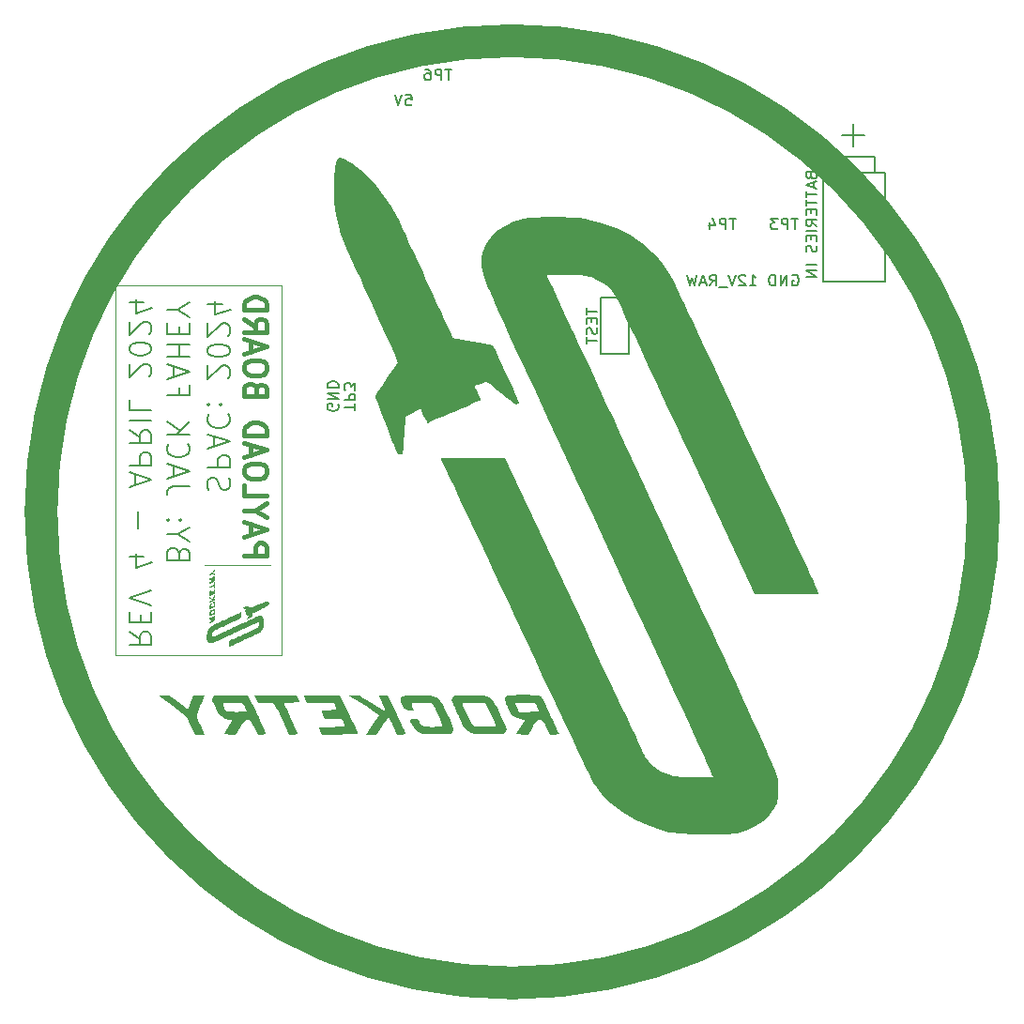
<source format=gbr>
%TF.GenerationSoftware,KiCad,Pcbnew,7.0.6*%
%TF.CreationDate,2024-04-15T18:34:20+10:00*%
%TF.ProjectId,Rocketry_Payload_Main_DDR_Spec_V2,526f636b-6574-4727-995f-5061796c6f61,rev?*%
%TF.SameCoordinates,Original*%
%TF.FileFunction,Legend,Bot*%
%TF.FilePolarity,Positive*%
%FSLAX46Y46*%
G04 Gerber Fmt 4.6, Leading zero omitted, Abs format (unit mm)*
G04 Created by KiCad (PCBNEW 7.0.6) date 2024-04-15 18:34:20*
%MOMM*%
%LPD*%
G01*
G04 APERTURE LIST*
%ADD10C,0.150000*%
%ADD11C,3.000000*%
%ADD12C,0.400000*%
%ADD13C,0.120000*%
G04 APERTURE END LIST*
D10*
X134047580Y-83811904D02*
X134047580Y-83240476D01*
X133047580Y-83526190D02*
X134047580Y-83526190D01*
X133047580Y-82907142D02*
X134047580Y-82907142D01*
X134047580Y-82907142D02*
X134047580Y-82526190D01*
X134047580Y-82526190D02*
X133999961Y-82430952D01*
X133999961Y-82430952D02*
X133952342Y-82383333D01*
X133952342Y-82383333D02*
X133857104Y-82335714D01*
X133857104Y-82335714D02*
X133714247Y-82335714D01*
X133714247Y-82335714D02*
X133619009Y-82383333D01*
X133619009Y-82383333D02*
X133571390Y-82430952D01*
X133571390Y-82430952D02*
X133523771Y-82526190D01*
X133523771Y-82526190D02*
X133523771Y-82907142D01*
X134047580Y-82002380D02*
X134047580Y-81383333D01*
X134047580Y-81383333D02*
X133666628Y-81716666D01*
X133666628Y-81716666D02*
X133666628Y-81573809D01*
X133666628Y-81573809D02*
X133619009Y-81478571D01*
X133619009Y-81478571D02*
X133571390Y-81430952D01*
X133571390Y-81430952D02*
X133476152Y-81383333D01*
X133476152Y-81383333D02*
X133238057Y-81383333D01*
X133238057Y-81383333D02*
X133142819Y-81430952D01*
X133142819Y-81430952D02*
X133095200Y-81478571D01*
X133095200Y-81478571D02*
X133047580Y-81573809D01*
X133047580Y-81573809D02*
X133047580Y-81859523D01*
X133047580Y-81859523D02*
X133095200Y-81954761D01*
X133095200Y-81954761D02*
X133142819Y-82002380D01*
X132501361Y-83311904D02*
X132548980Y-83407142D01*
X132548980Y-83407142D02*
X132548980Y-83549999D01*
X132548980Y-83549999D02*
X132501361Y-83692856D01*
X132501361Y-83692856D02*
X132406123Y-83788094D01*
X132406123Y-83788094D02*
X132310885Y-83835713D01*
X132310885Y-83835713D02*
X132120409Y-83883332D01*
X132120409Y-83883332D02*
X131977552Y-83883332D01*
X131977552Y-83883332D02*
X131787076Y-83835713D01*
X131787076Y-83835713D02*
X131691838Y-83788094D01*
X131691838Y-83788094D02*
X131596600Y-83692856D01*
X131596600Y-83692856D02*
X131548980Y-83549999D01*
X131548980Y-83549999D02*
X131548980Y-83454761D01*
X131548980Y-83454761D02*
X131596600Y-83311904D01*
X131596600Y-83311904D02*
X131644219Y-83264285D01*
X131644219Y-83264285D02*
X131977552Y-83264285D01*
X131977552Y-83264285D02*
X131977552Y-83454761D01*
X131548980Y-82835713D02*
X132548980Y-82835713D01*
X132548980Y-82835713D02*
X131548980Y-82264285D01*
X131548980Y-82264285D02*
X132548980Y-82264285D01*
X131548980Y-81788094D02*
X132548980Y-81788094D01*
X132548980Y-81788094D02*
X132548980Y-81549999D01*
X132548980Y-81549999D02*
X132501361Y-81407142D01*
X132501361Y-81407142D02*
X132406123Y-81311904D01*
X132406123Y-81311904D02*
X132310885Y-81264285D01*
X132310885Y-81264285D02*
X132120409Y-81216666D01*
X132120409Y-81216666D02*
X131977552Y-81216666D01*
X131977552Y-81216666D02*
X131787076Y-81264285D01*
X131787076Y-81264285D02*
X131691838Y-81311904D01*
X131691838Y-81311904D02*
X131596600Y-81407142D01*
X131596600Y-81407142D02*
X131548980Y-81549999D01*
X131548980Y-81549999D02*
X131548980Y-81788094D01*
X178000000Y-59000000D02*
X180000000Y-59000000D01*
X179000000Y-60000000D02*
X179000000Y-58000000D01*
X173981904Y-66510819D02*
X173410476Y-66510819D01*
X173696190Y-67510819D02*
X173696190Y-66510819D01*
X173077142Y-67510819D02*
X173077142Y-66510819D01*
X173077142Y-66510819D02*
X172696190Y-66510819D01*
X172696190Y-66510819D02*
X172600952Y-66558438D01*
X172600952Y-66558438D02*
X172553333Y-66606057D01*
X172553333Y-66606057D02*
X172505714Y-66701295D01*
X172505714Y-66701295D02*
X172505714Y-66844152D01*
X172505714Y-66844152D02*
X172553333Y-66939390D01*
X172553333Y-66939390D02*
X172600952Y-66987009D01*
X172600952Y-66987009D02*
X172696190Y-67034628D01*
X172696190Y-67034628D02*
X173077142Y-67034628D01*
X172172380Y-66510819D02*
X171553333Y-66510819D01*
X171553333Y-66510819D02*
X171886666Y-66891771D01*
X171886666Y-66891771D02*
X171743809Y-66891771D01*
X171743809Y-66891771D02*
X171648571Y-66939390D01*
X171648571Y-66939390D02*
X171600952Y-66987009D01*
X171600952Y-66987009D02*
X171553333Y-67082247D01*
X171553333Y-67082247D02*
X171553333Y-67320342D01*
X171553333Y-67320342D02*
X171600952Y-67415580D01*
X171600952Y-67415580D02*
X171648571Y-67463200D01*
X171648571Y-67463200D02*
X171743809Y-67510819D01*
X171743809Y-67510819D02*
X172029523Y-67510819D01*
X172029523Y-67510819D02*
X172124761Y-67463200D01*
X172124761Y-67463200D02*
X172172380Y-67415580D01*
X173481904Y-71638438D02*
X173577142Y-71590819D01*
X173577142Y-71590819D02*
X173719999Y-71590819D01*
X173719999Y-71590819D02*
X173862856Y-71638438D01*
X173862856Y-71638438D02*
X173958094Y-71733676D01*
X173958094Y-71733676D02*
X174005713Y-71828914D01*
X174005713Y-71828914D02*
X174053332Y-72019390D01*
X174053332Y-72019390D02*
X174053332Y-72162247D01*
X174053332Y-72162247D02*
X174005713Y-72352723D01*
X174005713Y-72352723D02*
X173958094Y-72447961D01*
X173958094Y-72447961D02*
X173862856Y-72543200D01*
X173862856Y-72543200D02*
X173719999Y-72590819D01*
X173719999Y-72590819D02*
X173624761Y-72590819D01*
X173624761Y-72590819D02*
X173481904Y-72543200D01*
X173481904Y-72543200D02*
X173434285Y-72495580D01*
X173434285Y-72495580D02*
X173434285Y-72162247D01*
X173434285Y-72162247D02*
X173624761Y-72162247D01*
X173005713Y-72590819D02*
X173005713Y-71590819D01*
X173005713Y-71590819D02*
X172434285Y-72590819D01*
X172434285Y-72590819D02*
X172434285Y-71590819D01*
X171958094Y-72590819D02*
X171958094Y-71590819D01*
X171958094Y-71590819D02*
X171719999Y-71590819D01*
X171719999Y-71590819D02*
X171577142Y-71638438D01*
X171577142Y-71638438D02*
X171481904Y-71733676D01*
X171481904Y-71733676D02*
X171434285Y-71828914D01*
X171434285Y-71828914D02*
X171386666Y-72019390D01*
X171386666Y-72019390D02*
X171386666Y-72162247D01*
X171386666Y-72162247D02*
X171434285Y-72352723D01*
X171434285Y-72352723D02*
X171481904Y-72447961D01*
X171481904Y-72447961D02*
X171577142Y-72543200D01*
X171577142Y-72543200D02*
X171719999Y-72590819D01*
X171719999Y-72590819D02*
X171958094Y-72590819D01*
X168393904Y-66510819D02*
X167822476Y-66510819D01*
X168108190Y-67510819D02*
X168108190Y-66510819D01*
X167489142Y-67510819D02*
X167489142Y-66510819D01*
X167489142Y-66510819D02*
X167108190Y-66510819D01*
X167108190Y-66510819D02*
X167012952Y-66558438D01*
X167012952Y-66558438D02*
X166965333Y-66606057D01*
X166965333Y-66606057D02*
X166917714Y-66701295D01*
X166917714Y-66701295D02*
X166917714Y-66844152D01*
X166917714Y-66844152D02*
X166965333Y-66939390D01*
X166965333Y-66939390D02*
X167012952Y-66987009D01*
X167012952Y-66987009D02*
X167108190Y-67034628D01*
X167108190Y-67034628D02*
X167489142Y-67034628D01*
X166060571Y-66844152D02*
X166060571Y-67510819D01*
X166298666Y-66463200D02*
X166536761Y-67177485D01*
X166536761Y-67177485D02*
X165917714Y-67177485D01*
X169632000Y-72590819D02*
X170203428Y-72590819D01*
X169917714Y-72590819D02*
X169917714Y-71590819D01*
X169917714Y-71590819D02*
X170012952Y-71733676D01*
X170012952Y-71733676D02*
X170108190Y-71828914D01*
X170108190Y-71828914D02*
X170203428Y-71876533D01*
X169251047Y-71686057D02*
X169203428Y-71638438D01*
X169203428Y-71638438D02*
X169108190Y-71590819D01*
X169108190Y-71590819D02*
X168870095Y-71590819D01*
X168870095Y-71590819D02*
X168774857Y-71638438D01*
X168774857Y-71638438D02*
X168727238Y-71686057D01*
X168727238Y-71686057D02*
X168679619Y-71781295D01*
X168679619Y-71781295D02*
X168679619Y-71876533D01*
X168679619Y-71876533D02*
X168727238Y-72019390D01*
X168727238Y-72019390D02*
X169298666Y-72590819D01*
X169298666Y-72590819D02*
X168679619Y-72590819D01*
X168393904Y-71590819D02*
X168060571Y-72590819D01*
X168060571Y-72590819D02*
X167727238Y-71590819D01*
X167632000Y-72686057D02*
X166870095Y-72686057D01*
X166060571Y-72590819D02*
X166393904Y-72114628D01*
X166631999Y-72590819D02*
X166631999Y-71590819D01*
X166631999Y-71590819D02*
X166251047Y-71590819D01*
X166251047Y-71590819D02*
X166155809Y-71638438D01*
X166155809Y-71638438D02*
X166108190Y-71686057D01*
X166108190Y-71686057D02*
X166060571Y-71781295D01*
X166060571Y-71781295D02*
X166060571Y-71924152D01*
X166060571Y-71924152D02*
X166108190Y-72019390D01*
X166108190Y-72019390D02*
X166155809Y-72067009D01*
X166155809Y-72067009D02*
X166251047Y-72114628D01*
X166251047Y-72114628D02*
X166631999Y-72114628D01*
X165679618Y-72305104D02*
X165203428Y-72305104D01*
X165774856Y-72590819D02*
X165441523Y-71590819D01*
X165441523Y-71590819D02*
X165108190Y-72590819D01*
X164870094Y-71590819D02*
X164631999Y-72590819D01*
X164631999Y-72590819D02*
X164441523Y-71876533D01*
X164441523Y-71876533D02*
X164251047Y-72590819D01*
X164251047Y-72590819D02*
X164012952Y-71590819D01*
X138620476Y-55334819D02*
X139096666Y-55334819D01*
X139096666Y-55334819D02*
X139144285Y-55811009D01*
X139144285Y-55811009D02*
X139096666Y-55763390D01*
X139096666Y-55763390D02*
X139001428Y-55715771D01*
X139001428Y-55715771D02*
X138763333Y-55715771D01*
X138763333Y-55715771D02*
X138668095Y-55763390D01*
X138668095Y-55763390D02*
X138620476Y-55811009D01*
X138620476Y-55811009D02*
X138572857Y-55906247D01*
X138572857Y-55906247D02*
X138572857Y-56144342D01*
X138572857Y-56144342D02*
X138620476Y-56239580D01*
X138620476Y-56239580D02*
X138668095Y-56287200D01*
X138668095Y-56287200D02*
X138763333Y-56334819D01*
X138763333Y-56334819D02*
X139001428Y-56334819D01*
X139001428Y-56334819D02*
X139096666Y-56287200D01*
X139096666Y-56287200D02*
X139144285Y-56239580D01*
X138287142Y-55334819D02*
X137953809Y-56334819D01*
X137953809Y-56334819D02*
X137620476Y-55334819D01*
X142739904Y-53048819D02*
X142168476Y-53048819D01*
X142454190Y-54048819D02*
X142454190Y-53048819D01*
X141835142Y-54048819D02*
X141835142Y-53048819D01*
X141835142Y-53048819D02*
X141454190Y-53048819D01*
X141454190Y-53048819D02*
X141358952Y-53096438D01*
X141358952Y-53096438D02*
X141311333Y-53144057D01*
X141311333Y-53144057D02*
X141263714Y-53239295D01*
X141263714Y-53239295D02*
X141263714Y-53382152D01*
X141263714Y-53382152D02*
X141311333Y-53477390D01*
X141311333Y-53477390D02*
X141358952Y-53525009D01*
X141358952Y-53525009D02*
X141454190Y-53572628D01*
X141454190Y-53572628D02*
X141835142Y-53572628D01*
X140406571Y-53048819D02*
X140597047Y-53048819D01*
X140597047Y-53048819D02*
X140692285Y-53096438D01*
X140692285Y-53096438D02*
X140739904Y-53144057D01*
X140739904Y-53144057D02*
X140835142Y-53286914D01*
X140835142Y-53286914D02*
X140882761Y-53477390D01*
X140882761Y-53477390D02*
X140882761Y-53858342D01*
X140882761Y-53858342D02*
X140835142Y-53953580D01*
X140835142Y-53953580D02*
X140787523Y-54001200D01*
X140787523Y-54001200D02*
X140692285Y-54048819D01*
X140692285Y-54048819D02*
X140501809Y-54048819D01*
X140501809Y-54048819D02*
X140406571Y-54001200D01*
X140406571Y-54001200D02*
X140358952Y-53953580D01*
X140358952Y-53953580D02*
X140311333Y-53858342D01*
X140311333Y-53858342D02*
X140311333Y-53620247D01*
X140311333Y-53620247D02*
X140358952Y-53525009D01*
X140358952Y-53525009D02*
X140406571Y-53477390D01*
X140406571Y-53477390D02*
X140501809Y-53429771D01*
X140501809Y-53429771D02*
X140692285Y-53429771D01*
X140692285Y-53429771D02*
X140787523Y-53477390D01*
X140787523Y-53477390D02*
X140835142Y-53525009D01*
X140835142Y-53525009D02*
X140882761Y-53620247D01*
X176250600Y-62382400D02*
X181889400Y-62382400D01*
X181889400Y-72212200D01*
X176250600Y-72212200D01*
X176250600Y-62382400D01*
D11*
X190714409Y-92986897D02*
G75*
G03*
X190714409Y-92986897I-42500000J0D01*
G01*
D10*
X177241200Y-60960000D02*
X180898800Y-60960000D01*
X180898800Y-62382400D01*
X177241200Y-62382400D01*
X177241200Y-60960000D01*
X156210000Y-73660000D02*
X158750000Y-73660000D01*
X158750000Y-78740000D01*
X156210000Y-78740000D01*
X156210000Y-73660000D01*
X175191009Y-62675047D02*
X175238628Y-62817904D01*
X175238628Y-62817904D02*
X175286247Y-62865523D01*
X175286247Y-62865523D02*
X175381485Y-62913142D01*
X175381485Y-62913142D02*
X175524342Y-62913142D01*
X175524342Y-62913142D02*
X175619580Y-62865523D01*
X175619580Y-62865523D02*
X175667200Y-62817904D01*
X175667200Y-62817904D02*
X175714819Y-62722666D01*
X175714819Y-62722666D02*
X175714819Y-62341714D01*
X175714819Y-62341714D02*
X174714819Y-62341714D01*
X174714819Y-62341714D02*
X174714819Y-62675047D01*
X174714819Y-62675047D02*
X174762438Y-62770285D01*
X174762438Y-62770285D02*
X174810057Y-62817904D01*
X174810057Y-62817904D02*
X174905295Y-62865523D01*
X174905295Y-62865523D02*
X175000533Y-62865523D01*
X175000533Y-62865523D02*
X175095771Y-62817904D01*
X175095771Y-62817904D02*
X175143390Y-62770285D01*
X175143390Y-62770285D02*
X175191009Y-62675047D01*
X175191009Y-62675047D02*
X175191009Y-62341714D01*
X175429104Y-63294095D02*
X175429104Y-63770285D01*
X175714819Y-63198857D02*
X174714819Y-63532190D01*
X174714819Y-63532190D02*
X175714819Y-63865523D01*
X174714819Y-64056000D02*
X174714819Y-64627428D01*
X175714819Y-64341714D02*
X174714819Y-64341714D01*
X174714819Y-64817905D02*
X174714819Y-65389333D01*
X175714819Y-65103619D02*
X174714819Y-65103619D01*
X175191009Y-65722667D02*
X175191009Y-66056000D01*
X175714819Y-66198857D02*
X175714819Y-65722667D01*
X175714819Y-65722667D02*
X174714819Y-65722667D01*
X174714819Y-65722667D02*
X174714819Y-66198857D01*
X175714819Y-67198857D02*
X175238628Y-66865524D01*
X175714819Y-66627429D02*
X174714819Y-66627429D01*
X174714819Y-66627429D02*
X174714819Y-67008381D01*
X174714819Y-67008381D02*
X174762438Y-67103619D01*
X174762438Y-67103619D02*
X174810057Y-67151238D01*
X174810057Y-67151238D02*
X174905295Y-67198857D01*
X174905295Y-67198857D02*
X175048152Y-67198857D01*
X175048152Y-67198857D02*
X175143390Y-67151238D01*
X175143390Y-67151238D02*
X175191009Y-67103619D01*
X175191009Y-67103619D02*
X175238628Y-67008381D01*
X175238628Y-67008381D02*
X175238628Y-66627429D01*
X175714819Y-67627429D02*
X174714819Y-67627429D01*
X175191009Y-68103619D02*
X175191009Y-68436952D01*
X175714819Y-68579809D02*
X175714819Y-68103619D01*
X175714819Y-68103619D02*
X174714819Y-68103619D01*
X174714819Y-68103619D02*
X174714819Y-68579809D01*
X175667200Y-68960762D02*
X175714819Y-69103619D01*
X175714819Y-69103619D02*
X175714819Y-69341714D01*
X175714819Y-69341714D02*
X175667200Y-69436952D01*
X175667200Y-69436952D02*
X175619580Y-69484571D01*
X175619580Y-69484571D02*
X175524342Y-69532190D01*
X175524342Y-69532190D02*
X175429104Y-69532190D01*
X175429104Y-69532190D02*
X175333866Y-69484571D01*
X175333866Y-69484571D02*
X175286247Y-69436952D01*
X175286247Y-69436952D02*
X175238628Y-69341714D01*
X175238628Y-69341714D02*
X175191009Y-69151238D01*
X175191009Y-69151238D02*
X175143390Y-69056000D01*
X175143390Y-69056000D02*
X175095771Y-69008381D01*
X175095771Y-69008381D02*
X175000533Y-68960762D01*
X175000533Y-68960762D02*
X174905295Y-68960762D01*
X174905295Y-68960762D02*
X174810057Y-69008381D01*
X174810057Y-69008381D02*
X174762438Y-69056000D01*
X174762438Y-69056000D02*
X174714819Y-69151238D01*
X174714819Y-69151238D02*
X174714819Y-69389333D01*
X174714819Y-69389333D02*
X174762438Y-69532190D01*
X175714819Y-70722667D02*
X174714819Y-70722667D01*
X175714819Y-71198857D02*
X174714819Y-71198857D01*
X174714819Y-71198857D02*
X175714819Y-71770285D01*
X175714819Y-71770285D02*
X174714819Y-71770285D01*
X154902819Y-74604762D02*
X154902819Y-75176190D01*
X155902819Y-74890476D02*
X154902819Y-74890476D01*
X155379009Y-75509524D02*
X155379009Y-75842857D01*
X155902819Y-75985714D02*
X155902819Y-75509524D01*
X155902819Y-75509524D02*
X154902819Y-75509524D01*
X154902819Y-75509524D02*
X154902819Y-75985714D01*
X155855200Y-76366667D02*
X155902819Y-76509524D01*
X155902819Y-76509524D02*
X155902819Y-76747619D01*
X155902819Y-76747619D02*
X155855200Y-76842857D01*
X155855200Y-76842857D02*
X155807580Y-76890476D01*
X155807580Y-76890476D02*
X155712342Y-76938095D01*
X155712342Y-76938095D02*
X155617104Y-76938095D01*
X155617104Y-76938095D02*
X155521866Y-76890476D01*
X155521866Y-76890476D02*
X155474247Y-76842857D01*
X155474247Y-76842857D02*
X155426628Y-76747619D01*
X155426628Y-76747619D02*
X155379009Y-76557143D01*
X155379009Y-76557143D02*
X155331390Y-76461905D01*
X155331390Y-76461905D02*
X155283771Y-76414286D01*
X155283771Y-76414286D02*
X155188533Y-76366667D01*
X155188533Y-76366667D02*
X155093295Y-76366667D01*
X155093295Y-76366667D02*
X154998057Y-76414286D01*
X154998057Y-76414286D02*
X154950438Y-76461905D01*
X154950438Y-76461905D02*
X154902819Y-76557143D01*
X154902819Y-76557143D02*
X154902819Y-76795238D01*
X154902819Y-76795238D02*
X154950438Y-76938095D01*
X154902819Y-77223810D02*
X154902819Y-77795238D01*
X155902819Y-77509524D02*
X154902819Y-77509524D01*
X113663561Y-103819268D02*
X114615942Y-104485935D01*
X113663561Y-104962125D02*
X115663561Y-104962125D01*
X115663561Y-104962125D02*
X115663561Y-104200220D01*
X115663561Y-104200220D02*
X115568323Y-104009744D01*
X115568323Y-104009744D02*
X115473085Y-103914506D01*
X115473085Y-103914506D02*
X115282609Y-103819268D01*
X115282609Y-103819268D02*
X114996895Y-103819268D01*
X114996895Y-103819268D02*
X114806419Y-103914506D01*
X114806419Y-103914506D02*
X114711180Y-104009744D01*
X114711180Y-104009744D02*
X114615942Y-104200220D01*
X114615942Y-104200220D02*
X114615942Y-104962125D01*
X114711180Y-102962125D02*
X114711180Y-102295458D01*
X113663561Y-102009744D02*
X113663561Y-102962125D01*
X113663561Y-102962125D02*
X115663561Y-102962125D01*
X115663561Y-102962125D02*
X115663561Y-102009744D01*
X115663561Y-101438315D02*
X113663561Y-100771649D01*
X113663561Y-100771649D02*
X115663561Y-100104982D01*
X114996895Y-97057362D02*
X113663561Y-97057362D01*
X115758800Y-97533553D02*
X114330228Y-98009743D01*
X114330228Y-98009743D02*
X114330228Y-96771648D01*
X114425466Y-94485933D02*
X114425466Y-92962124D01*
X114234990Y-90581171D02*
X114234990Y-89628790D01*
X113663561Y-90771647D02*
X115663561Y-90104981D01*
X115663561Y-90104981D02*
X113663561Y-89438314D01*
X113663561Y-88771647D02*
X115663561Y-88771647D01*
X115663561Y-88771647D02*
X115663561Y-88009742D01*
X115663561Y-88009742D02*
X115568323Y-87819266D01*
X115568323Y-87819266D02*
X115473085Y-87724028D01*
X115473085Y-87724028D02*
X115282609Y-87628790D01*
X115282609Y-87628790D02*
X114996895Y-87628790D01*
X114996895Y-87628790D02*
X114806419Y-87724028D01*
X114806419Y-87724028D02*
X114711180Y-87819266D01*
X114711180Y-87819266D02*
X114615942Y-88009742D01*
X114615942Y-88009742D02*
X114615942Y-88771647D01*
X113663561Y-85628790D02*
X114615942Y-86295457D01*
X113663561Y-86771647D02*
X115663561Y-86771647D01*
X115663561Y-86771647D02*
X115663561Y-86009742D01*
X115663561Y-86009742D02*
X115568323Y-85819266D01*
X115568323Y-85819266D02*
X115473085Y-85724028D01*
X115473085Y-85724028D02*
X115282609Y-85628790D01*
X115282609Y-85628790D02*
X114996895Y-85628790D01*
X114996895Y-85628790D02*
X114806419Y-85724028D01*
X114806419Y-85724028D02*
X114711180Y-85819266D01*
X114711180Y-85819266D02*
X114615942Y-86009742D01*
X114615942Y-86009742D02*
X114615942Y-86771647D01*
X113663561Y-84771647D02*
X115663561Y-84771647D01*
X113663561Y-82866885D02*
X113663561Y-83819266D01*
X113663561Y-83819266D02*
X115663561Y-83819266D01*
X115473085Y-80771646D02*
X115568323Y-80676408D01*
X115568323Y-80676408D02*
X115663561Y-80485932D01*
X115663561Y-80485932D02*
X115663561Y-80009741D01*
X115663561Y-80009741D02*
X115568323Y-79819265D01*
X115568323Y-79819265D02*
X115473085Y-79724027D01*
X115473085Y-79724027D02*
X115282609Y-79628789D01*
X115282609Y-79628789D02*
X115092133Y-79628789D01*
X115092133Y-79628789D02*
X114806419Y-79724027D01*
X114806419Y-79724027D02*
X113663561Y-80866884D01*
X113663561Y-80866884D02*
X113663561Y-79628789D01*
X115663561Y-78390694D02*
X115663561Y-78200217D01*
X115663561Y-78200217D02*
X115568323Y-78009741D01*
X115568323Y-78009741D02*
X115473085Y-77914503D01*
X115473085Y-77914503D02*
X115282609Y-77819265D01*
X115282609Y-77819265D02*
X114901657Y-77724027D01*
X114901657Y-77724027D02*
X114425466Y-77724027D01*
X114425466Y-77724027D02*
X114044514Y-77819265D01*
X114044514Y-77819265D02*
X113854038Y-77914503D01*
X113854038Y-77914503D02*
X113758800Y-78009741D01*
X113758800Y-78009741D02*
X113663561Y-78200217D01*
X113663561Y-78200217D02*
X113663561Y-78390694D01*
X113663561Y-78390694D02*
X113758800Y-78581170D01*
X113758800Y-78581170D02*
X113854038Y-78676408D01*
X113854038Y-78676408D02*
X114044514Y-78771646D01*
X114044514Y-78771646D02*
X114425466Y-78866884D01*
X114425466Y-78866884D02*
X114901657Y-78866884D01*
X114901657Y-78866884D02*
X115282609Y-78771646D01*
X115282609Y-78771646D02*
X115473085Y-78676408D01*
X115473085Y-78676408D02*
X115568323Y-78581170D01*
X115568323Y-78581170D02*
X115663561Y-78390694D01*
X115473085Y-76962122D02*
X115568323Y-76866884D01*
X115568323Y-76866884D02*
X115663561Y-76676408D01*
X115663561Y-76676408D02*
X115663561Y-76200217D01*
X115663561Y-76200217D02*
X115568323Y-76009741D01*
X115568323Y-76009741D02*
X115473085Y-75914503D01*
X115473085Y-75914503D02*
X115282609Y-75819265D01*
X115282609Y-75819265D02*
X115092133Y-75819265D01*
X115092133Y-75819265D02*
X114806419Y-75914503D01*
X114806419Y-75914503D02*
X113663561Y-77057360D01*
X113663561Y-77057360D02*
X113663561Y-75819265D01*
X114996895Y-74104979D02*
X113663561Y-74104979D01*
X115758800Y-74581170D02*
X114330228Y-75057360D01*
X114330228Y-75057360D02*
X114330228Y-73819265D01*
X118147514Y-96737791D02*
X118052276Y-96452077D01*
X118052276Y-96452077D02*
X117957038Y-96356839D01*
X117957038Y-96356839D02*
X117766562Y-96261601D01*
X117766562Y-96261601D02*
X117480848Y-96261601D01*
X117480848Y-96261601D02*
X117290372Y-96356839D01*
X117290372Y-96356839D02*
X117195134Y-96452077D01*
X117195134Y-96452077D02*
X117099895Y-96642553D01*
X117099895Y-96642553D02*
X117099895Y-97404458D01*
X117099895Y-97404458D02*
X119099895Y-97404458D01*
X119099895Y-97404458D02*
X119099895Y-96737791D01*
X119099895Y-96737791D02*
X119004657Y-96547315D01*
X119004657Y-96547315D02*
X118909419Y-96452077D01*
X118909419Y-96452077D02*
X118718943Y-96356839D01*
X118718943Y-96356839D02*
X118528467Y-96356839D01*
X118528467Y-96356839D02*
X118337991Y-96452077D01*
X118337991Y-96452077D02*
X118242753Y-96547315D01*
X118242753Y-96547315D02*
X118147514Y-96737791D01*
X118147514Y-96737791D02*
X118147514Y-97404458D01*
X118052276Y-95023506D02*
X117099895Y-95023506D01*
X119099895Y-95690172D02*
X118052276Y-95023506D01*
X118052276Y-95023506D02*
X119099895Y-94356839D01*
X117290372Y-93690172D02*
X117195134Y-93594934D01*
X117195134Y-93594934D02*
X117099895Y-93690172D01*
X117099895Y-93690172D02*
X117195134Y-93785410D01*
X117195134Y-93785410D02*
X117290372Y-93690172D01*
X117290372Y-93690172D02*
X117099895Y-93690172D01*
X118337991Y-93690172D02*
X118242753Y-93594934D01*
X118242753Y-93594934D02*
X118147514Y-93690172D01*
X118147514Y-93690172D02*
X118242753Y-93785410D01*
X118242753Y-93785410D02*
X118337991Y-93690172D01*
X118337991Y-93690172D02*
X118147514Y-93690172D01*
X119099895Y-90642552D02*
X117671324Y-90642552D01*
X117671324Y-90642552D02*
X117385610Y-90737791D01*
X117385610Y-90737791D02*
X117195134Y-90928267D01*
X117195134Y-90928267D02*
X117099895Y-91213981D01*
X117099895Y-91213981D02*
X117099895Y-91404457D01*
X117671324Y-89785409D02*
X117671324Y-88833028D01*
X117099895Y-89975885D02*
X119099895Y-89309219D01*
X119099895Y-89309219D02*
X117099895Y-88642552D01*
X117290372Y-86833028D02*
X117195134Y-86928266D01*
X117195134Y-86928266D02*
X117099895Y-87213980D01*
X117099895Y-87213980D02*
X117099895Y-87404456D01*
X117099895Y-87404456D02*
X117195134Y-87690171D01*
X117195134Y-87690171D02*
X117385610Y-87880647D01*
X117385610Y-87880647D02*
X117576086Y-87975885D01*
X117576086Y-87975885D02*
X117957038Y-88071123D01*
X117957038Y-88071123D02*
X118242753Y-88071123D01*
X118242753Y-88071123D02*
X118623705Y-87975885D01*
X118623705Y-87975885D02*
X118814181Y-87880647D01*
X118814181Y-87880647D02*
X119004657Y-87690171D01*
X119004657Y-87690171D02*
X119099895Y-87404456D01*
X119099895Y-87404456D02*
X119099895Y-87213980D01*
X119099895Y-87213980D02*
X119004657Y-86928266D01*
X119004657Y-86928266D02*
X118909419Y-86833028D01*
X117099895Y-85975885D02*
X119099895Y-85975885D01*
X117099895Y-84833028D02*
X118242753Y-85690171D01*
X119099895Y-84833028D02*
X117957038Y-85975885D01*
X118147514Y-81785408D02*
X118147514Y-82452075D01*
X117099895Y-82452075D02*
X119099895Y-82452075D01*
X119099895Y-82452075D02*
X119099895Y-81499694D01*
X117671324Y-80833027D02*
X117671324Y-79880646D01*
X117099895Y-81023503D02*
X119099895Y-80356837D01*
X119099895Y-80356837D02*
X117099895Y-79690170D01*
X117099895Y-79023503D02*
X119099895Y-79023503D01*
X118147514Y-79023503D02*
X118147514Y-77880646D01*
X117099895Y-77880646D02*
X119099895Y-77880646D01*
X118147514Y-76928265D02*
X118147514Y-76261598D01*
X117099895Y-75975884D02*
X117099895Y-76928265D01*
X117099895Y-76928265D02*
X119099895Y-76928265D01*
X119099895Y-76928265D02*
X119099895Y-75975884D01*
X118052276Y-74737789D02*
X117099895Y-74737789D01*
X119099895Y-75404455D02*
X118052276Y-74737789D01*
X118052276Y-74737789D02*
X119099895Y-74071122D01*
D12*
X124055561Y-96937444D02*
X126055561Y-96937444D01*
X126055561Y-96937444D02*
X126055561Y-96175539D01*
X126055561Y-96175539D02*
X125960323Y-95985063D01*
X125960323Y-95985063D02*
X125865085Y-95889825D01*
X125865085Y-95889825D02*
X125674609Y-95794587D01*
X125674609Y-95794587D02*
X125388895Y-95794587D01*
X125388895Y-95794587D02*
X125198419Y-95889825D01*
X125198419Y-95889825D02*
X125103180Y-95985063D01*
X125103180Y-95985063D02*
X125007942Y-96175539D01*
X125007942Y-96175539D02*
X125007942Y-96937444D01*
X124626990Y-95032682D02*
X124626990Y-94080301D01*
X124055561Y-95223158D02*
X126055561Y-94556492D01*
X126055561Y-94556492D02*
X124055561Y-93889825D01*
X125007942Y-92842206D02*
X124055561Y-92842206D01*
X126055561Y-93508872D02*
X125007942Y-92842206D01*
X125007942Y-92842206D02*
X126055561Y-92175539D01*
X124055561Y-90556491D02*
X124055561Y-91508872D01*
X124055561Y-91508872D02*
X126055561Y-91508872D01*
X126055561Y-89508872D02*
X126055561Y-89127919D01*
X126055561Y-89127919D02*
X125960323Y-88937443D01*
X125960323Y-88937443D02*
X125769847Y-88746967D01*
X125769847Y-88746967D02*
X125388895Y-88651729D01*
X125388895Y-88651729D02*
X124722228Y-88651729D01*
X124722228Y-88651729D02*
X124341276Y-88746967D01*
X124341276Y-88746967D02*
X124150800Y-88937443D01*
X124150800Y-88937443D02*
X124055561Y-89127919D01*
X124055561Y-89127919D02*
X124055561Y-89508872D01*
X124055561Y-89508872D02*
X124150800Y-89699348D01*
X124150800Y-89699348D02*
X124341276Y-89889824D01*
X124341276Y-89889824D02*
X124722228Y-89985062D01*
X124722228Y-89985062D02*
X125388895Y-89985062D01*
X125388895Y-89985062D02*
X125769847Y-89889824D01*
X125769847Y-89889824D02*
X125960323Y-89699348D01*
X125960323Y-89699348D02*
X126055561Y-89508872D01*
X124626990Y-87889824D02*
X124626990Y-86937443D01*
X124055561Y-88080300D02*
X126055561Y-87413634D01*
X126055561Y-87413634D02*
X124055561Y-86746967D01*
X124055561Y-86080300D02*
X126055561Y-86080300D01*
X126055561Y-86080300D02*
X126055561Y-85604110D01*
X126055561Y-85604110D02*
X125960323Y-85318395D01*
X125960323Y-85318395D02*
X125769847Y-85127919D01*
X125769847Y-85127919D02*
X125579371Y-85032681D01*
X125579371Y-85032681D02*
X125198419Y-84937443D01*
X125198419Y-84937443D02*
X124912704Y-84937443D01*
X124912704Y-84937443D02*
X124531752Y-85032681D01*
X124531752Y-85032681D02*
X124341276Y-85127919D01*
X124341276Y-85127919D02*
X124150800Y-85318395D01*
X124150800Y-85318395D02*
X124055561Y-85604110D01*
X124055561Y-85604110D02*
X124055561Y-86080300D01*
X125103180Y-81889823D02*
X125007942Y-81604109D01*
X125007942Y-81604109D02*
X124912704Y-81508871D01*
X124912704Y-81508871D02*
X124722228Y-81413633D01*
X124722228Y-81413633D02*
X124436514Y-81413633D01*
X124436514Y-81413633D02*
X124246038Y-81508871D01*
X124246038Y-81508871D02*
X124150800Y-81604109D01*
X124150800Y-81604109D02*
X124055561Y-81794585D01*
X124055561Y-81794585D02*
X124055561Y-82556490D01*
X124055561Y-82556490D02*
X126055561Y-82556490D01*
X126055561Y-82556490D02*
X126055561Y-81889823D01*
X126055561Y-81889823D02*
X125960323Y-81699347D01*
X125960323Y-81699347D02*
X125865085Y-81604109D01*
X125865085Y-81604109D02*
X125674609Y-81508871D01*
X125674609Y-81508871D02*
X125484133Y-81508871D01*
X125484133Y-81508871D02*
X125293657Y-81604109D01*
X125293657Y-81604109D02*
X125198419Y-81699347D01*
X125198419Y-81699347D02*
X125103180Y-81889823D01*
X125103180Y-81889823D02*
X125103180Y-82556490D01*
X126055561Y-80175538D02*
X126055561Y-79794585D01*
X126055561Y-79794585D02*
X125960323Y-79604109D01*
X125960323Y-79604109D02*
X125769847Y-79413633D01*
X125769847Y-79413633D02*
X125388895Y-79318395D01*
X125388895Y-79318395D02*
X124722228Y-79318395D01*
X124722228Y-79318395D02*
X124341276Y-79413633D01*
X124341276Y-79413633D02*
X124150800Y-79604109D01*
X124150800Y-79604109D02*
X124055561Y-79794585D01*
X124055561Y-79794585D02*
X124055561Y-80175538D01*
X124055561Y-80175538D02*
X124150800Y-80366014D01*
X124150800Y-80366014D02*
X124341276Y-80556490D01*
X124341276Y-80556490D02*
X124722228Y-80651728D01*
X124722228Y-80651728D02*
X125388895Y-80651728D01*
X125388895Y-80651728D02*
X125769847Y-80556490D01*
X125769847Y-80556490D02*
X125960323Y-80366014D01*
X125960323Y-80366014D02*
X126055561Y-80175538D01*
X124626990Y-78556490D02*
X124626990Y-77604109D01*
X124055561Y-78746966D02*
X126055561Y-78080300D01*
X126055561Y-78080300D02*
X124055561Y-77413633D01*
X124055561Y-75604109D02*
X125007942Y-76270776D01*
X124055561Y-76746966D02*
X126055561Y-76746966D01*
X126055561Y-76746966D02*
X126055561Y-75985061D01*
X126055561Y-75985061D02*
X125960323Y-75794585D01*
X125960323Y-75794585D02*
X125865085Y-75699347D01*
X125865085Y-75699347D02*
X125674609Y-75604109D01*
X125674609Y-75604109D02*
X125388895Y-75604109D01*
X125388895Y-75604109D02*
X125198419Y-75699347D01*
X125198419Y-75699347D02*
X125103180Y-75794585D01*
X125103180Y-75794585D02*
X125007942Y-75985061D01*
X125007942Y-75985061D02*
X125007942Y-76746966D01*
X124055561Y-74746966D02*
X126055561Y-74746966D01*
X126055561Y-74746966D02*
X126055561Y-74270776D01*
X126055561Y-74270776D02*
X125960323Y-73985061D01*
X125960323Y-73985061D02*
X125769847Y-73794585D01*
X125769847Y-73794585D02*
X125579371Y-73699347D01*
X125579371Y-73699347D02*
X125198419Y-73604109D01*
X125198419Y-73604109D02*
X124912704Y-73604109D01*
X124912704Y-73604109D02*
X124531752Y-73699347D01*
X124531752Y-73699347D02*
X124341276Y-73794585D01*
X124341276Y-73794585D02*
X124150800Y-73985061D01*
X124150800Y-73985061D02*
X124055561Y-74270776D01*
X124055561Y-74270776D02*
X124055561Y-74746966D01*
D10*
X120835800Y-91022363D02*
X120740561Y-90736649D01*
X120740561Y-90736649D02*
X120740561Y-90260458D01*
X120740561Y-90260458D02*
X120835800Y-90069982D01*
X120835800Y-90069982D02*
X120931038Y-89974744D01*
X120931038Y-89974744D02*
X121121514Y-89879506D01*
X121121514Y-89879506D02*
X121311990Y-89879506D01*
X121311990Y-89879506D02*
X121502466Y-89974744D01*
X121502466Y-89974744D02*
X121597704Y-90069982D01*
X121597704Y-90069982D02*
X121692942Y-90260458D01*
X121692942Y-90260458D02*
X121788180Y-90641411D01*
X121788180Y-90641411D02*
X121883419Y-90831887D01*
X121883419Y-90831887D02*
X121978657Y-90927125D01*
X121978657Y-90927125D02*
X122169133Y-91022363D01*
X122169133Y-91022363D02*
X122359609Y-91022363D01*
X122359609Y-91022363D02*
X122550085Y-90927125D01*
X122550085Y-90927125D02*
X122645323Y-90831887D01*
X122645323Y-90831887D02*
X122740561Y-90641411D01*
X122740561Y-90641411D02*
X122740561Y-90165220D01*
X122740561Y-90165220D02*
X122645323Y-89879506D01*
X120740561Y-89022363D02*
X122740561Y-89022363D01*
X122740561Y-89022363D02*
X122740561Y-88260458D01*
X122740561Y-88260458D02*
X122645323Y-88069982D01*
X122645323Y-88069982D02*
X122550085Y-87974744D01*
X122550085Y-87974744D02*
X122359609Y-87879506D01*
X122359609Y-87879506D02*
X122073895Y-87879506D01*
X122073895Y-87879506D02*
X121883419Y-87974744D01*
X121883419Y-87974744D02*
X121788180Y-88069982D01*
X121788180Y-88069982D02*
X121692942Y-88260458D01*
X121692942Y-88260458D02*
X121692942Y-89022363D01*
X121311990Y-87117601D02*
X121311990Y-86165220D01*
X120740561Y-87308077D02*
X122740561Y-86641411D01*
X122740561Y-86641411D02*
X120740561Y-85974744D01*
X120931038Y-84165220D02*
X120835800Y-84260458D01*
X120835800Y-84260458D02*
X120740561Y-84546172D01*
X120740561Y-84546172D02*
X120740561Y-84736648D01*
X120740561Y-84736648D02*
X120835800Y-85022363D01*
X120835800Y-85022363D02*
X121026276Y-85212839D01*
X121026276Y-85212839D02*
X121216752Y-85308077D01*
X121216752Y-85308077D02*
X121597704Y-85403315D01*
X121597704Y-85403315D02*
X121883419Y-85403315D01*
X121883419Y-85403315D02*
X122264371Y-85308077D01*
X122264371Y-85308077D02*
X122454847Y-85212839D01*
X122454847Y-85212839D02*
X122645323Y-85022363D01*
X122645323Y-85022363D02*
X122740561Y-84736648D01*
X122740561Y-84736648D02*
X122740561Y-84546172D01*
X122740561Y-84546172D02*
X122645323Y-84260458D01*
X122645323Y-84260458D02*
X122550085Y-84165220D01*
X120931038Y-83308077D02*
X120835800Y-83212839D01*
X120835800Y-83212839D02*
X120740561Y-83308077D01*
X120740561Y-83308077D02*
X120835800Y-83403315D01*
X120835800Y-83403315D02*
X120931038Y-83308077D01*
X120931038Y-83308077D02*
X120740561Y-83308077D01*
X121978657Y-83308077D02*
X121883419Y-83212839D01*
X121883419Y-83212839D02*
X121788180Y-83308077D01*
X121788180Y-83308077D02*
X121883419Y-83403315D01*
X121883419Y-83403315D02*
X121978657Y-83308077D01*
X121978657Y-83308077D02*
X121788180Y-83308077D01*
X122550085Y-80927124D02*
X122645323Y-80831886D01*
X122645323Y-80831886D02*
X122740561Y-80641410D01*
X122740561Y-80641410D02*
X122740561Y-80165219D01*
X122740561Y-80165219D02*
X122645323Y-79974743D01*
X122645323Y-79974743D02*
X122550085Y-79879505D01*
X122550085Y-79879505D02*
X122359609Y-79784267D01*
X122359609Y-79784267D02*
X122169133Y-79784267D01*
X122169133Y-79784267D02*
X121883419Y-79879505D01*
X121883419Y-79879505D02*
X120740561Y-81022362D01*
X120740561Y-81022362D02*
X120740561Y-79784267D01*
X122740561Y-78546172D02*
X122740561Y-78355695D01*
X122740561Y-78355695D02*
X122645323Y-78165219D01*
X122645323Y-78165219D02*
X122550085Y-78069981D01*
X122550085Y-78069981D02*
X122359609Y-77974743D01*
X122359609Y-77974743D02*
X121978657Y-77879505D01*
X121978657Y-77879505D02*
X121502466Y-77879505D01*
X121502466Y-77879505D02*
X121121514Y-77974743D01*
X121121514Y-77974743D02*
X120931038Y-78069981D01*
X120931038Y-78069981D02*
X120835800Y-78165219D01*
X120835800Y-78165219D02*
X120740561Y-78355695D01*
X120740561Y-78355695D02*
X120740561Y-78546172D01*
X120740561Y-78546172D02*
X120835800Y-78736648D01*
X120835800Y-78736648D02*
X120931038Y-78831886D01*
X120931038Y-78831886D02*
X121121514Y-78927124D01*
X121121514Y-78927124D02*
X121502466Y-79022362D01*
X121502466Y-79022362D02*
X121978657Y-79022362D01*
X121978657Y-79022362D02*
X122359609Y-78927124D01*
X122359609Y-78927124D02*
X122550085Y-78831886D01*
X122550085Y-78831886D02*
X122645323Y-78736648D01*
X122645323Y-78736648D02*
X122740561Y-78546172D01*
X122550085Y-77117600D02*
X122645323Y-77022362D01*
X122645323Y-77022362D02*
X122740561Y-76831886D01*
X122740561Y-76831886D02*
X122740561Y-76355695D01*
X122740561Y-76355695D02*
X122645323Y-76165219D01*
X122645323Y-76165219D02*
X122550085Y-76069981D01*
X122550085Y-76069981D02*
X122359609Y-75974743D01*
X122359609Y-75974743D02*
X122169133Y-75974743D01*
X122169133Y-75974743D02*
X121883419Y-76069981D01*
X121883419Y-76069981D02*
X120740561Y-77212838D01*
X120740561Y-77212838D02*
X120740561Y-75974743D01*
X122073895Y-74260457D02*
X120740561Y-74260457D01*
X122835800Y-74736648D02*
X121407228Y-75212838D01*
X121407228Y-75212838D02*
X121407228Y-73974743D01*
%TO.C,G\u002A\u002A\u002A*%
G36*
X120178847Y-110210872D02*
G01*
X120138901Y-110317920D01*
X119976084Y-110758639D01*
X119867882Y-111084650D01*
X119812735Y-111333283D01*
X119809083Y-111541867D01*
X119855366Y-111747732D01*
X119950022Y-111988208D01*
X120091492Y-112300624D01*
X120441199Y-113068372D01*
X120017004Y-113068372D01*
X119592808Y-113068372D01*
X119220047Y-112270685D01*
X118847286Y-111472998D01*
X117595993Y-110513852D01*
X116344700Y-109554705D01*
X116785476Y-109529243D01*
X116799623Y-109528431D01*
X116982650Y-109522562D01*
X117133739Y-109539668D01*
X117286043Y-109595902D01*
X117472716Y-109707420D01*
X117726910Y-109890378D01*
X118081778Y-110160930D01*
X118400585Y-110402100D01*
X118671238Y-110593867D01*
X118850229Y-110698667D01*
X118958137Y-110728257D01*
X119015540Y-110694393D01*
X119053554Y-110626969D01*
X119095071Y-110510381D01*
X119113206Y-110437178D01*
X119177406Y-110242410D01*
X119271784Y-109981215D01*
X119447200Y-109512372D01*
X119943203Y-109512372D01*
X120439205Y-109512372D01*
X120178847Y-110210872D01*
G37*
G36*
X128873193Y-109762167D02*
G01*
X128954518Y-109931515D01*
X128984677Y-110073044D01*
X128912579Y-110150554D01*
X128715912Y-110183092D01*
X128372364Y-110189705D01*
X128325219Y-110189918D01*
X128022194Y-110202115D01*
X127796839Y-110229342D01*
X127694953Y-110266413D01*
X127706250Y-110338194D01*
X127779328Y-110542396D01*
X127907045Y-110850572D01*
X128078458Y-111236510D01*
X128282623Y-111673997D01*
X128457345Y-112041377D01*
X128641090Y-112430785D01*
X128786914Y-112743303D01*
X128883042Y-112953669D01*
X128917700Y-113036623D01*
X128892968Y-113047460D01*
X128744994Y-113062479D01*
X128507886Y-113068372D01*
X128098071Y-113068372D01*
X127483523Y-111734872D01*
X127318814Y-111383935D01*
X127119489Y-110976593D01*
X126946014Y-110640992D01*
X126812774Y-110404763D01*
X126734155Y-110295539D01*
X126599691Y-110243871D01*
X126319460Y-110204068D01*
X125939906Y-110189705D01*
X125280475Y-110189705D01*
X125107700Y-109851039D01*
X124934926Y-109512372D01*
X126839472Y-109512372D01*
X128744019Y-109512372D01*
X128873193Y-109762167D01*
G37*
G36*
X137814081Y-111248661D02*
G01*
X137945227Y-111520160D01*
X138172750Y-111993797D01*
X138367839Y-112403299D01*
X138520079Y-112726632D01*
X138619060Y-112941764D01*
X138654367Y-113026661D01*
X138629289Y-113040973D01*
X138480824Y-113060652D01*
X138243313Y-113068372D01*
X137832260Y-113068372D01*
X137478219Y-112306372D01*
X137375742Y-112092691D01*
X137228379Y-111810110D01*
X137111793Y-111616316D01*
X137044790Y-111544372D01*
X136989059Y-111587978D01*
X136854374Y-111747510D01*
X136668186Y-111996649D01*
X136453034Y-112306372D01*
X135940666Y-113068372D01*
X135475290Y-113068372D01*
X135009913Y-113068372D01*
X135603137Y-112184186D01*
X136196362Y-111300000D01*
X135964864Y-111140845D01*
X135901245Y-111098388D01*
X135686896Y-110959876D01*
X135376220Y-110762168D01*
X135000337Y-110525022D01*
X134590367Y-110268198D01*
X133447367Y-109554705D01*
X133929415Y-109529456D01*
X134087241Y-109523126D01*
X134245627Y-109530131D01*
X134400369Y-109564798D01*
X134580827Y-109639684D01*
X134816358Y-109767347D01*
X135136322Y-109960346D01*
X135570078Y-110231238D01*
X135835636Y-110396469D01*
X136195036Y-110615108D01*
X136485528Y-110785755D01*
X136682491Y-110894055D01*
X136761305Y-110925656D01*
X136762346Y-110909342D01*
X136721284Y-110775493D01*
X136627832Y-110540001D01*
X136496476Y-110240350D01*
X136444564Y-110125861D01*
X136319098Y-109843646D01*
X136231785Y-109639002D01*
X136199034Y-109550015D01*
X136217983Y-109538410D01*
X136356901Y-109519739D01*
X136586415Y-109512372D01*
X136973796Y-109512372D01*
X137814081Y-111248661D01*
G37*
G36*
X133412325Y-111099872D02*
G01*
X133469023Y-111218683D01*
X133697440Y-111695742D01*
X133902312Y-112121174D01*
X134071360Y-112469648D01*
X134192309Y-112715830D01*
X134252882Y-112834390D01*
X134299514Y-112923974D01*
X134336367Y-113024890D01*
X134334777Y-113026801D01*
X134233099Y-113039971D01*
X133991253Y-113051386D01*
X133634872Y-113060374D01*
X133189591Y-113066260D01*
X132681047Y-113068372D01*
X131025727Y-113068372D01*
X130903047Y-112774758D01*
X130883416Y-112727194D01*
X130810056Y-112536450D01*
X130780367Y-112436091D01*
X130785281Y-112431886D01*
X130901189Y-112415873D01*
X131147848Y-112402902D01*
X131494218Y-112394211D01*
X131909256Y-112391039D01*
X132005842Y-112390846D01*
X132415587Y-112385522D01*
X132755026Y-112373993D01*
X132991153Y-112357734D01*
X133090962Y-112338222D01*
X133098979Y-112311843D01*
X133067245Y-112167868D01*
X132976352Y-111957222D01*
X132808926Y-111629039D01*
X132064328Y-111629039D01*
X131319730Y-111629039D01*
X131175645Y-111326890D01*
X131148714Y-111266997D01*
X131082553Y-111066139D01*
X131080294Y-110945890D01*
X131085647Y-110940034D01*
X131208623Y-110903037D01*
X131448392Y-110876927D01*
X131759031Y-110867039D01*
X132043069Y-110863338D01*
X132268869Y-110837856D01*
X132365393Y-110771420D01*
X132354952Y-110644984D01*
X132259860Y-110439501D01*
X132130685Y-110189705D01*
X130920874Y-110189705D01*
X129711063Y-110189705D01*
X129568382Y-109890499D01*
X129540941Y-109832218D01*
X129458772Y-109646375D01*
X129425700Y-109551833D01*
X129426165Y-109550883D01*
X129518039Y-109538710D01*
X129751362Y-109528139D01*
X130100179Y-109519802D01*
X130538536Y-109514335D01*
X131040476Y-109512372D01*
X132655252Y-109512372D01*
X133412325Y-111099872D01*
G37*
G36*
X125223022Y-111242764D02*
G01*
X125345173Y-111502327D01*
X125567635Y-111978014D01*
X125758501Y-112390031D01*
X125907521Y-112716047D01*
X126004448Y-112933734D01*
X126039034Y-113020764D01*
X126021864Y-113034886D01*
X125886028Y-113058884D01*
X125659098Y-113068372D01*
X125279163Y-113068372D01*
X124970978Y-112454539D01*
X124828289Y-112177081D01*
X124685288Y-111933378D01*
X124565386Y-111794010D01*
X124442531Y-111730657D01*
X124290674Y-111715002D01*
X124216982Y-111731121D01*
X124082314Y-111833030D01*
X123908951Y-112046276D01*
X123678621Y-112391039D01*
X123248593Y-113068372D01*
X122738813Y-113068372D01*
X122506052Y-113062967D01*
X122305985Y-113045333D01*
X122229034Y-113019697D01*
X122232955Y-113006607D01*
X122299061Y-112883188D01*
X122429898Y-112666101D01*
X122603454Y-112392229D01*
X122659301Y-112304449D01*
X122812612Y-112044860D01*
X122908458Y-111852408D01*
X122928010Y-111763570D01*
X122852805Y-111732525D01*
X122676385Y-111713705D01*
X122337774Y-111648619D01*
X121994019Y-111425725D01*
X121675492Y-111041110D01*
X121378671Y-110491456D01*
X121276100Y-110256556D01*
X121252464Y-110189705D01*
X122123200Y-110189705D01*
X122177123Y-110459316D01*
X122252962Y-110688013D01*
X122370162Y-110882650D01*
X122414251Y-110924215D01*
X122524413Y-110981151D01*
X122699862Y-111015326D01*
X122975232Y-111031985D01*
X123385156Y-111036372D01*
X123657652Y-111034375D01*
X123969371Y-111026092D01*
X124182245Y-111012865D01*
X124261034Y-110996303D01*
X124249008Y-110957420D01*
X124181656Y-110800150D01*
X124074829Y-110572970D01*
X123888625Y-110189705D01*
X123005913Y-110189705D01*
X122123200Y-110189705D01*
X121252464Y-110189705D01*
X121189721Y-110012241D01*
X121168870Y-109844275D01*
X121204018Y-109710016D01*
X121217687Y-109680643D01*
X121256651Y-109618620D01*
X121320164Y-109574086D01*
X121432356Y-109544145D01*
X121617360Y-109525899D01*
X121899304Y-109516453D01*
X122302321Y-109512909D01*
X122850540Y-109512372D01*
X124407010Y-109512372D01*
X125106797Y-110996303D01*
X125223022Y-111242764D01*
G37*
G36*
X147676234Y-112468183D02*
G01*
X147713700Y-112619122D01*
X147683851Y-112737976D01*
X147573578Y-112913538D01*
X147504787Y-112972038D01*
X147401736Y-113014314D01*
X147238259Y-113042049D01*
X146987137Y-113058093D01*
X146621150Y-113065297D01*
X146113078Y-113066512D01*
X145928627Y-113066111D01*
X145338965Y-113057309D01*
X144880945Y-113023025D01*
X144525939Y-112944792D01*
X144245323Y-112804142D01*
X144010469Y-112582609D01*
X143792750Y-112261726D01*
X143563542Y-111823025D01*
X143294217Y-111248039D01*
X143239858Y-111129971D01*
X143036115Y-110685185D01*
X142893843Y-110363378D01*
X142870565Y-110304217D01*
X143734367Y-110304217D01*
X143763084Y-110428067D01*
X143857285Y-110671440D01*
X143998677Y-110985916D01*
X144168173Y-111333751D01*
X144346686Y-111677197D01*
X144515129Y-111978508D01*
X144654416Y-112199940D01*
X144745459Y-112303745D01*
X144830279Y-112329831D01*
X145060120Y-112360398D01*
X145374613Y-112380073D01*
X145731494Y-112388720D01*
X146088499Y-112386199D01*
X146403367Y-112372373D01*
X146633833Y-112347104D01*
X146737635Y-112310253D01*
X146740072Y-112298156D01*
X146705235Y-112164590D01*
X146607883Y-111918490D01*
X146460687Y-111590080D01*
X146276313Y-111209586D01*
X145765062Y-110189705D01*
X144749715Y-110189705D01*
X144493530Y-110190779D01*
X144126529Y-110199693D01*
X143893165Y-110219824D01*
X143770193Y-110253791D01*
X143734367Y-110304217D01*
X142870565Y-110304217D01*
X142805639Y-110139209D01*
X142764097Y-109987339D01*
X142761813Y-109882425D01*
X142791382Y-109799129D01*
X142845398Y-109712109D01*
X142894756Y-109643407D01*
X142959744Y-109589038D01*
X143062324Y-109552266D01*
X143228844Y-109529653D01*
X143485651Y-109517760D01*
X143859095Y-109513146D01*
X144375524Y-109512372D01*
X144923191Y-109515281D01*
X145363706Y-109528892D01*
X145691478Y-109559898D01*
X145935538Y-109614988D01*
X146124916Y-109700850D01*
X146288642Y-109824174D01*
X146455747Y-109991646D01*
X146531053Y-110093576D01*
X146675324Y-110336071D01*
X146853163Y-110667466D01*
X147048293Y-111053768D01*
X147244440Y-111460984D01*
X147425329Y-111855120D01*
X147574686Y-112202184D01*
X147611324Y-112298156D01*
X147676234Y-112468183D01*
G37*
G36*
X151609103Y-111248039D02*
G01*
X151640144Y-111315242D01*
X151857490Y-111781733D01*
X152052508Y-112193544D01*
X152213205Y-112525833D01*
X152327586Y-112753756D01*
X152383659Y-112852472D01*
X152405631Y-112880535D01*
X152455034Y-113000639D01*
X152432293Y-113023029D01*
X152287358Y-113055490D01*
X152052867Y-113068153D01*
X151650700Y-113067935D01*
X151312034Y-112411987D01*
X151206737Y-112213951D01*
X151039458Y-111939572D01*
X150903046Y-111785948D01*
X150778207Y-111728372D01*
X150652721Y-111723867D01*
X150521616Y-111770697D01*
X150385919Y-111896557D01*
X150221144Y-112125195D01*
X150002804Y-112480358D01*
X149653472Y-113068372D01*
X149101923Y-113068372D01*
X149006798Y-113067859D01*
X148743486Y-113055177D01*
X148619734Y-113021734D01*
X148612448Y-112962539D01*
X148685945Y-112846482D01*
X148825229Y-112634240D01*
X148998445Y-112374517D01*
X148999440Y-112373036D01*
X149162141Y-112120053D01*
X149278135Y-111919316D01*
X149322367Y-111814165D01*
X149314338Y-111796086D01*
X149198115Y-111736834D01*
X148987665Y-111691108D01*
X148662562Y-111607903D01*
X148368488Y-111424482D01*
X148107108Y-111120589D01*
X147851870Y-110672411D01*
X147798773Y-110563516D01*
X147686798Y-110308951D01*
X148512680Y-110308951D01*
X148548883Y-110472538D01*
X148643552Y-110694801D01*
X148817809Y-111036372D01*
X149705088Y-111036372D01*
X149900497Y-111034904D01*
X150274745Y-111020166D01*
X150510431Y-110990806D01*
X150592367Y-110948332D01*
X150586408Y-110913652D01*
X150525933Y-110748580D01*
X150421313Y-110524999D01*
X150250259Y-110189705D01*
X149410310Y-110189705D01*
X149175320Y-110192925D01*
X148852393Y-110209439D01*
X148620923Y-110236811D01*
X148519828Y-110271468D01*
X148512680Y-110308951D01*
X147686798Y-110308951D01*
X147636193Y-110193906D01*
X147560145Y-109931015D01*
X147565209Y-109746989D01*
X147645967Y-109613972D01*
X147762210Y-109575412D01*
X148014205Y-109544548D01*
X148366943Y-109522693D01*
X148786693Y-109509803D01*
X149239722Y-109505833D01*
X149692299Y-109510737D01*
X150110692Y-109524472D01*
X150461168Y-109546991D01*
X150709996Y-109578251D01*
X150823444Y-109618205D01*
X150827422Y-109623832D01*
X150895209Y-109748601D01*
X151019503Y-109998784D01*
X151188073Y-110349003D01*
X151388683Y-110773880D01*
X151469780Y-110948332D01*
X151609103Y-111248039D01*
G37*
G36*
X139933537Y-109513269D02*
G01*
X140464735Y-109525713D01*
X140865742Y-109558379D01*
X141164315Y-109618332D01*
X141388210Y-109712636D01*
X141565182Y-109848356D01*
X141722988Y-110032555D01*
X141804994Y-110161611D01*
X141954617Y-110433816D01*
X142138599Y-110792371D01*
X142338449Y-111198831D01*
X142535674Y-111614755D01*
X142711782Y-112001699D01*
X142848280Y-112321220D01*
X142926677Y-112534874D01*
X142934140Y-112686974D01*
X142807365Y-112894708D01*
X142803675Y-112898379D01*
X142722879Y-112965156D01*
X142618741Y-113011749D01*
X142462065Y-113041691D01*
X142223656Y-113058520D01*
X141874322Y-113065771D01*
X141384867Y-113066979D01*
X140916411Y-113064639D01*
X140549612Y-113055796D01*
X140287811Y-113036469D01*
X140097804Y-113002648D01*
X139946389Y-112950318D01*
X139800363Y-112875466D01*
X139766932Y-112855421D01*
X139541575Y-112671987D01*
X139324532Y-112427713D01*
X139145720Y-112165530D01*
X139035055Y-111928369D01*
X139022454Y-111759159D01*
X139135233Y-111664461D01*
X139403438Y-111629039D01*
X139614009Y-111643371D01*
X139747819Y-111716989D01*
X139842687Y-111890250D01*
X139887655Y-111994650D01*
X139990049Y-112176883D01*
X140120595Y-112292813D01*
X140314553Y-112357266D01*
X140607181Y-112385066D01*
X141033739Y-112391039D01*
X141370112Y-112387165D01*
X141674083Y-112369059D01*
X141849916Y-112333457D01*
X141920618Y-112277412D01*
X141908762Y-112194636D01*
X141837584Y-111987064D01*
X141720057Y-111696517D01*
X141572942Y-111360035D01*
X141413000Y-111014656D01*
X141256990Y-110697421D01*
X141121673Y-110445369D01*
X141023811Y-110295539D01*
X141003474Y-110278460D01*
X140835910Y-110228547D01*
X140516954Y-110199265D01*
X140038159Y-110189705D01*
X139995951Y-110189682D01*
X139601898Y-110189707D01*
X139350692Y-110202910D01*
X139218101Y-110247457D01*
X139179892Y-110341516D01*
X139211834Y-110503252D01*
X139289694Y-110750833D01*
X139311771Y-110843384D01*
X139271396Y-110904920D01*
X139106030Y-110893863D01*
X138966186Y-110871589D01*
X138693108Y-110814778D01*
X138524104Y-110739043D01*
X138412615Y-110616573D01*
X138312083Y-110419551D01*
X138277778Y-110342711D01*
X138170692Y-110061218D01*
X138140415Y-109851015D01*
X138202318Y-109701904D01*
X138371770Y-109603683D01*
X138664143Y-109546155D01*
X139094808Y-109519118D01*
X139679134Y-109512372D01*
X139933537Y-109513269D01*
G37*
G36*
X132718219Y-61050790D02*
G01*
X132911031Y-61130780D01*
X132986990Y-61165647D01*
X133733744Y-61587839D01*
X134494968Y-62152119D01*
X135250849Y-62837379D01*
X135981579Y-63622514D01*
X136667345Y-64486415D01*
X137288337Y-65407975D01*
X137824745Y-66366087D01*
X137845615Y-66408197D01*
X137960027Y-66646703D01*
X138135645Y-67019792D01*
X138365486Y-67512372D01*
X138642569Y-68109352D01*
X138959913Y-68795639D01*
X139310535Y-69556143D01*
X139687454Y-70375772D01*
X140083688Y-71239434D01*
X140492255Y-72132039D01*
X140659471Y-72497462D01*
X141052176Y-73353075D01*
X141423581Y-74158729D01*
X141767587Y-74901400D01*
X142078096Y-75568065D01*
X142349010Y-76145700D01*
X142574229Y-76621281D01*
X142747657Y-76981786D01*
X142863194Y-77214189D01*
X142914742Y-77305469D01*
X142919650Y-77309136D01*
X143049132Y-77351351D01*
X143315924Y-77409411D01*
X143692580Y-77478259D01*
X144151654Y-77552839D01*
X144665700Y-77628094D01*
X144727180Y-77636688D01*
X145236499Y-77712575D01*
X145687826Y-77787824D01*
X146053664Y-77857260D01*
X146306515Y-77915709D01*
X146418879Y-77957996D01*
X146436162Y-77979592D01*
X146530206Y-78138429D01*
X146678446Y-78419815D01*
X146870143Y-78800873D01*
X147094555Y-79258727D01*
X147340942Y-79770500D01*
X147598566Y-80313314D01*
X147856685Y-80864293D01*
X148104560Y-81400560D01*
X148331450Y-81899239D01*
X148526616Y-82337451D01*
X148679318Y-82692320D01*
X148778815Y-82940969D01*
X148814367Y-83060522D01*
X148806114Y-83156533D01*
X148746838Y-83257832D01*
X148621129Y-83267634D01*
X148418055Y-83180565D01*
X148126684Y-82991254D01*
X147736082Y-82694326D01*
X147235319Y-82284407D01*
X146890381Y-81997716D01*
X146542723Y-81713120D01*
X146255719Y-81482864D01*
X146052250Y-81325282D01*
X145955198Y-81258708D01*
X145947721Y-81256758D01*
X145820898Y-81271733D01*
X145602412Y-81326123D01*
X145343424Y-81403718D01*
X145095091Y-81488309D01*
X144908575Y-81563685D01*
X144835034Y-81613636D01*
X144838264Y-81623682D01*
X144889683Y-81743639D01*
X144990723Y-81968029D01*
X145124531Y-82259260D01*
X145168353Y-82354383D01*
X145291023Y-82627130D01*
X145373446Y-82820545D01*
X145399698Y-82897685D01*
X145381687Y-82907320D01*
X145238813Y-82972533D01*
X144973437Y-83089587D01*
X144608717Y-83248554D01*
X144167808Y-83439505D01*
X143673868Y-83652510D01*
X143150055Y-83877641D01*
X142619524Y-84104968D01*
X142105434Y-84324563D01*
X141630941Y-84526497D01*
X141219201Y-84700841D01*
X140893373Y-84837665D01*
X140676614Y-84927040D01*
X140592079Y-84959039D01*
X140578106Y-84949724D01*
X140498740Y-84832826D01*
X140376395Y-84610180D01*
X140231186Y-84317536D01*
X139926537Y-83676033D01*
X139260865Y-84030718D01*
X138595193Y-84385403D01*
X138490172Y-85997456D01*
X138489043Y-86014759D01*
X138453806Y-86524434D01*
X138418764Y-86979126D01*
X138386397Y-87350324D01*
X138359185Y-87609515D01*
X138339610Y-87728187D01*
X138264477Y-87799172D01*
X138076824Y-87821119D01*
X138065837Y-87819631D01*
X138003315Y-87799983D01*
X137940386Y-87750284D01*
X137869566Y-87654508D01*
X137783375Y-87496632D01*
X137674329Y-87260631D01*
X137534948Y-86930481D01*
X137357750Y-86490157D01*
X137135252Y-85923634D01*
X136859973Y-85214889D01*
X136708631Y-84823107D01*
X136479601Y-84225784D01*
X136275980Y-83689323D01*
X136105008Y-83233098D01*
X135973922Y-82876481D01*
X135889962Y-82638848D01*
X135860367Y-82539571D01*
X135864884Y-82525302D01*
X135937454Y-82397517D01*
X136085073Y-82165095D01*
X136290200Y-81853661D01*
X136535294Y-81488843D01*
X136802815Y-81096267D01*
X137075220Y-80701560D01*
X137334971Y-80330349D01*
X137564525Y-80008259D01*
X137746342Y-79760918D01*
X137862881Y-79613953D01*
X137877216Y-79588581D01*
X137882847Y-79529791D01*
X137866943Y-79434836D01*
X137824929Y-79293063D01*
X137752228Y-79093823D01*
X137644265Y-78826465D01*
X137496464Y-78480336D01*
X137304250Y-78044787D01*
X137063047Y-77509167D01*
X136768280Y-76862824D01*
X136415372Y-76095108D01*
X135999748Y-75195368D01*
X135516833Y-74152953D01*
X135303228Y-73691339D01*
X134885921Y-72784024D01*
X134486425Y-71908376D01*
X134111498Y-71079603D01*
X133767901Y-70312909D01*
X133462392Y-69623503D01*
X133201730Y-69026589D01*
X132992675Y-68537374D01*
X132841987Y-68171065D01*
X132756423Y-67942867D01*
X132555983Y-67256069D01*
X132328226Y-66184331D01*
X132181393Y-65072681D01*
X132119175Y-63966022D01*
X132145266Y-62909258D01*
X132263358Y-61947292D01*
X132342552Y-61531106D01*
X132411764Y-61247324D01*
X132485902Y-61087231D01*
X132582281Y-61028997D01*
X132718219Y-61050790D01*
G37*
G36*
X152716205Y-66386431D02*
G01*
X153497816Y-66422597D01*
X154214245Y-66483808D01*
X154825700Y-66570039D01*
X154983966Y-66599525D01*
X156382195Y-66940983D01*
X157668802Y-67408405D01*
X158846847Y-68003312D01*
X159919391Y-68727223D01*
X160889493Y-69581658D01*
X161073189Y-69769164D01*
X161449896Y-70184211D01*
X161795708Y-70616741D01*
X162125437Y-71090357D01*
X162453900Y-71628659D01*
X162795909Y-72255250D01*
X163166281Y-72993732D01*
X163579830Y-73867705D01*
X163705696Y-74139187D01*
X164098778Y-74985960D01*
X164559699Y-75977519D01*
X165085535Y-77107593D01*
X165673362Y-78369910D01*
X166320257Y-79758199D01*
X167023295Y-81266190D01*
X167779552Y-82887610D01*
X168586103Y-84616188D01*
X169440025Y-86445654D01*
X170338394Y-88369736D01*
X171278284Y-90382163D01*
X172256773Y-92476664D01*
X172620389Y-93255306D01*
X173111450Y-94308193D01*
X173578372Y-95310851D01*
X174016387Y-96252966D01*
X174420726Y-97124227D01*
X174786623Y-97914322D01*
X175109308Y-98612939D01*
X175384015Y-99209767D01*
X175605976Y-99694493D01*
X175770422Y-100056805D01*
X175872586Y-100286392D01*
X175907701Y-100372942D01*
X175906190Y-100376310D01*
X175800740Y-100398730D01*
X175534532Y-100416168D01*
X175115071Y-100428468D01*
X174549860Y-100435474D01*
X173846403Y-100437031D01*
X173012205Y-100432983D01*
X170116710Y-100410705D01*
X164210881Y-87753039D01*
X163685043Y-86626094D01*
X163044731Y-85253967D01*
X162422726Y-83921234D01*
X161823125Y-82636671D01*
X161250027Y-81409050D01*
X160707530Y-80247145D01*
X160199732Y-79159733D01*
X159730731Y-78155585D01*
X159304626Y-77243477D01*
X158925514Y-76432183D01*
X158597494Y-75730477D01*
X158324665Y-75147133D01*
X158111123Y-74690926D01*
X157960969Y-74370629D01*
X157878298Y-74195017D01*
X157866042Y-74169227D01*
X157543353Y-73548370D01*
X157221955Y-73061458D01*
X156873534Y-72677056D01*
X156469776Y-72363728D01*
X155982367Y-72090039D01*
X155371977Y-71834108D01*
X154698700Y-71667998D01*
X154508578Y-71647624D01*
X154171229Y-71625012D01*
X153759584Y-71606997D01*
X153304078Y-71593878D01*
X152835148Y-71585958D01*
X152383228Y-71583539D01*
X151978755Y-71586921D01*
X151652163Y-71596405D01*
X151433889Y-71612294D01*
X151354367Y-71634888D01*
X151386745Y-71713880D01*
X151484543Y-71933598D01*
X151641606Y-72280286D01*
X151851736Y-72740439D01*
X152108735Y-73300547D01*
X152406403Y-73947104D01*
X152738544Y-74666601D01*
X153098959Y-75445532D01*
X153481449Y-76270388D01*
X153524192Y-76362478D01*
X153817865Y-76995529D01*
X154175800Y-77767591D01*
X154592176Y-78666089D01*
X155061173Y-79678452D01*
X155576970Y-80792108D01*
X156133748Y-81994483D01*
X156725684Y-83273005D01*
X157346960Y-84615103D01*
X157991754Y-86008203D01*
X158654246Y-87439733D01*
X159328616Y-88897121D01*
X160009043Y-90367793D01*
X160689707Y-91839179D01*
X161364787Y-93298705D01*
X161432067Y-93444177D01*
X162113084Y-94916604D01*
X162802004Y-96406046D01*
X163492752Y-97899371D01*
X164179252Y-99383447D01*
X164855430Y-100845143D01*
X165515210Y-102271328D01*
X166152516Y-103648869D01*
X166761274Y-104964636D01*
X167335408Y-106205497D01*
X167868842Y-107358321D01*
X168355503Y-108409976D01*
X168789314Y-109347330D01*
X169164199Y-110157253D01*
X169474085Y-110826613D01*
X169609010Y-111118345D01*
X170014513Y-111999138D01*
X170401195Y-112844909D01*
X170762448Y-113640861D01*
X171091664Y-114372193D01*
X171382235Y-115024108D01*
X171627553Y-115581806D01*
X171821011Y-116030489D01*
X171956001Y-116355357D01*
X172025914Y-116541613D01*
X172115909Y-116861418D01*
X172181646Y-117211947D01*
X172215261Y-117605979D01*
X172224700Y-118106039D01*
X172224655Y-118173264D01*
X172219770Y-118578308D01*
X172200901Y-118869399D01*
X172159663Y-119095178D01*
X172087668Y-119304288D01*
X171976530Y-119545372D01*
X171875754Y-119735283D01*
X171434924Y-120343707D01*
X170857147Y-120883703D01*
X170161243Y-121342220D01*
X169366033Y-121706209D01*
X168490337Y-121962621D01*
X168304615Y-122001133D01*
X168065265Y-122042143D01*
X167813362Y-122071930D01*
X167522787Y-122091599D01*
X167167419Y-122102256D01*
X166721140Y-122105004D01*
X166157829Y-122100950D01*
X165451367Y-122091198D01*
X165030087Y-122084045D01*
X164314152Y-122066910D01*
X163722898Y-122042458D01*
X163226725Y-122006802D01*
X162796034Y-121956054D01*
X162401228Y-121886327D01*
X162012708Y-121793732D01*
X161600874Y-121674382D01*
X161136128Y-121524389D01*
X160413685Y-121259720D01*
X159222889Y-120705929D01*
X158133679Y-120043932D01*
X157159212Y-119283295D01*
X156312645Y-118433585D01*
X155607135Y-117504369D01*
X155540158Y-117389009D01*
X155389653Y-117101878D01*
X155170159Y-116664348D01*
X154882627Y-116078417D01*
X154528004Y-115346080D01*
X154107241Y-114469335D01*
X153621287Y-113450179D01*
X153071090Y-112290609D01*
X152457600Y-110992621D01*
X151781766Y-109558214D01*
X151044536Y-107989382D01*
X150246861Y-106288124D01*
X149389689Y-104456437D01*
X148473969Y-102496317D01*
X147873903Y-101210706D01*
X147204087Y-99775270D01*
X146556771Y-98387645D01*
X145935467Y-97055375D01*
X145343688Y-95786004D01*
X144784945Y-94587075D01*
X144262749Y-93466132D01*
X143780612Y-92430719D01*
X143342045Y-91488378D01*
X142950561Y-90646654D01*
X142609670Y-89913090D01*
X142322886Y-89295230D01*
X142093718Y-88800617D01*
X141925679Y-88436794D01*
X141822280Y-88211306D01*
X141787034Y-88131696D01*
X141840427Y-88124068D01*
X142044355Y-88115289D01*
X142382659Y-88107509D01*
X142835990Y-88100994D01*
X143384998Y-88096011D01*
X144010335Y-88092826D01*
X144692650Y-88091705D01*
X147598265Y-88091705D01*
X153807388Y-101405539D01*
X153980492Y-101776684D01*
X154640296Y-103190770D01*
X155281646Y-104564416D01*
X155900754Y-105889548D01*
X156493832Y-107158089D01*
X157057092Y-108361964D01*
X157586744Y-109493096D01*
X158079001Y-110543409D01*
X158530073Y-111504828D01*
X158936173Y-112369277D01*
X159293512Y-113128680D01*
X159598302Y-113774960D01*
X159846754Y-114300043D01*
X160035080Y-114695851D01*
X160159491Y-114954310D01*
X160216199Y-115067343D01*
X160477170Y-115449293D01*
X160986623Y-115963374D01*
X161614388Y-116387219D01*
X162336202Y-116702117D01*
X162344495Y-116704876D01*
X162561941Y-116768027D01*
X162804345Y-116817241D01*
X163100581Y-116855471D01*
X163479526Y-116885672D01*
X163970052Y-116910796D01*
X164601035Y-116933798D01*
X164779803Y-116939444D01*
X165337037Y-116954572D01*
X165749688Y-116960306D01*
X166037052Y-116956011D01*
X166218424Y-116941054D01*
X166313097Y-116914799D01*
X166340367Y-116876613D01*
X166309290Y-116797975D01*
X166207528Y-116566409D01*
X166035485Y-116183616D01*
X165793717Y-115650804D01*
X165482782Y-114969183D01*
X165103238Y-114139958D01*
X164655642Y-113164340D01*
X164140551Y-112043535D01*
X163558522Y-110778751D01*
X162910114Y-109371196D01*
X162195882Y-107822079D01*
X161416385Y-106132607D01*
X160572180Y-104303988D01*
X159663824Y-102337430D01*
X158691875Y-100234142D01*
X157656890Y-97995330D01*
X156559425Y-95622203D01*
X155400040Y-93115969D01*
X154179290Y-90477836D01*
X152897734Y-87709012D01*
X151555928Y-84810705D01*
X150154430Y-81784122D01*
X148693798Y-78630472D01*
X148283608Y-77742437D01*
X147858968Y-76817811D01*
X147455697Y-75934370D01*
X147080082Y-75106143D01*
X146738410Y-74347160D01*
X146436969Y-73671451D01*
X146182044Y-73093044D01*
X145979924Y-72625969D01*
X145836894Y-72284257D01*
X145759243Y-72081935D01*
X145602918Y-71559226D01*
X145466397Y-70841512D01*
X145450316Y-70193779D01*
X145552416Y-69588787D01*
X145555305Y-69578179D01*
X145837421Y-68860034D01*
X146265126Y-68220818D01*
X146831399Y-67666204D01*
X147529221Y-67201866D01*
X148351574Y-66833477D01*
X149291437Y-66566711D01*
X149733800Y-66492692D01*
X150378211Y-66428440D01*
X151116611Y-66389329D01*
X151909206Y-66375334D01*
X152716205Y-66386431D01*
G37*
D13*
%TO.C,U3*%
X126422500Y-97827000D02*
X120453500Y-97827000D01*
X127388000Y-105902000D02*
X112388000Y-105902000D01*
X112388000Y-105902000D02*
X112388000Y-72552000D01*
X112388000Y-72552000D02*
X127388000Y-72552000D01*
X127388000Y-72552000D02*
X127388000Y-105902000D01*
G36*
X121406762Y-99315922D02*
G01*
X121409203Y-99348004D01*
X121411158Y-99404927D01*
X121412456Y-99480914D01*
X121412926Y-99570188D01*
X121412926Y-99829418D01*
X121369882Y-99849030D01*
X121338519Y-99862381D01*
X121319184Y-99868642D01*
X121316036Y-99860371D01*
X121312788Y-99826610D01*
X121311529Y-99775695D01*
X121310079Y-99737935D01*
X121303867Y-99698086D01*
X121294322Y-99682747D01*
X121278064Y-99687935D01*
X121236749Y-99705734D01*
X121178018Y-99733212D01*
X121108735Y-99767245D01*
X121049368Y-99796759D01*
X120990741Y-99825251D01*
X120949330Y-99844606D01*
X120931597Y-99851743D01*
X120930623Y-99851387D01*
X120925096Y-99832616D01*
X120922840Y-99794098D01*
X120922842Y-99791494D01*
X120924182Y-99767933D01*
X120931364Y-99749012D01*
X120949321Y-99730894D01*
X120982987Y-99709744D01*
X121037297Y-99681725D01*
X121117184Y-99643001D01*
X121311529Y-99549549D01*
X121311529Y-99449866D01*
X121312267Y-99404239D01*
X121317320Y-99366287D01*
X121330250Y-99344980D01*
X121354573Y-99330570D01*
X121385936Y-99317219D01*
X121405272Y-99310958D01*
X121406762Y-99315922D01*
G37*
G36*
X121409746Y-98200226D02*
G01*
X121410089Y-98230909D01*
X121401385Y-98267572D01*
X121378642Y-98310472D01*
X121337766Y-98369222D01*
X121330167Y-98379640D01*
X121294630Y-98430424D01*
X121269400Y-98469883D01*
X121259528Y-98490206D01*
X121262701Y-98496285D01*
X121288348Y-98513774D01*
X121331508Y-98532836D01*
X121350098Y-98539889D01*
X121386671Y-98558729D01*
X121403425Y-98583357D01*
X121409856Y-98624933D01*
X121409917Y-98625674D01*
X121411340Y-98666725D01*
X121404034Y-98681838D01*
X121384506Y-98678378D01*
X121359909Y-98669327D01*
X121310901Y-98651847D01*
X121252381Y-98631334D01*
X121150983Y-98596089D01*
X121045843Y-98649332D01*
X121043272Y-98650633D01*
X120990209Y-98676850D01*
X120950214Y-98695483D01*
X120931771Y-98702574D01*
X120930174Y-98701543D01*
X120925108Y-98679960D01*
X120923294Y-98639201D01*
X120923587Y-98622996D01*
X120927894Y-98594501D01*
X120942796Y-98573792D01*
X120975120Y-98553842D01*
X121031693Y-98527625D01*
X121053686Y-98517563D01*
X121096521Y-98494995D01*
X121133315Y-98468653D01*
X121170529Y-98432631D01*
X121214623Y-98381025D01*
X121272057Y-98307931D01*
X121404476Y-98136440D01*
X121409746Y-98200226D01*
G37*
G36*
X121398391Y-101740817D02*
G01*
X121409446Y-101784393D01*
X121412076Y-101855463D01*
X121410012Y-101957172D01*
X121408019Y-102023106D01*
X121402634Y-102102361D01*
X121390340Y-102159643D01*
X121366456Y-102202145D01*
X121326301Y-102237056D01*
X121265191Y-102271570D01*
X121178446Y-102312878D01*
X121151067Y-102325463D01*
X121064126Y-102362081D01*
X121033342Y-102371722D01*
X121001185Y-102381794D01*
X120958623Y-102385504D01*
X120932815Y-102374116D01*
X120932615Y-102373889D01*
X120928269Y-102351857D01*
X120925530Y-102303320D01*
X120924624Y-102235270D01*
X120925774Y-102154699D01*
X120926935Y-102115575D01*
X121024237Y-102115575D01*
X121024333Y-102135295D01*
X121025942Y-102194522D01*
X121029124Y-102235909D01*
X121033342Y-102251477D01*
X121037737Y-102250283D01*
X121066733Y-102238742D01*
X121115673Y-102217560D01*
X121176988Y-102189977D01*
X121311529Y-102128476D01*
X121311529Y-101995632D01*
X121309710Y-101927767D01*
X121303363Y-101879297D01*
X121292680Y-101862787D01*
X121288998Y-101863321D01*
X121258936Y-101873510D01*
X121209411Y-101893981D01*
X121149034Y-101921230D01*
X121024237Y-101979673D01*
X121024237Y-102115575D01*
X120926935Y-102115575D01*
X120928316Y-102069005D01*
X120931589Y-102008707D01*
X120937072Y-101968445D01*
X120946285Y-101941288D01*
X120960750Y-101920308D01*
X120981988Y-101898573D01*
X121002287Y-101882259D01*
X121054386Y-101849423D01*
X121122506Y-101812800D01*
X121197186Y-101777704D01*
X121277367Y-101743587D01*
X121336082Y-101723560D01*
X121375180Y-101721587D01*
X121398391Y-101740817D01*
G37*
G36*
X121386308Y-101107933D02*
G01*
X121391466Y-101110619D01*
X121402168Y-101125542D01*
X121408729Y-101156325D01*
X121412023Y-101208936D01*
X121412926Y-101289344D01*
X121412818Y-101323165D01*
X121409669Y-101415047D01*
X121398829Y-101482803D01*
X121375855Y-101533810D01*
X121336306Y-101575447D01*
X121275741Y-101615089D01*
X121189718Y-101660116D01*
X121159005Y-101675385D01*
X121082054Y-101711859D01*
X121027386Y-101733577D01*
X120989605Y-101741940D01*
X120963315Y-101738350D01*
X120943119Y-101724211D01*
X120942257Y-101723261D01*
X120931711Y-101692140D01*
X120925129Y-101630832D01*
X120922866Y-101542541D01*
X120924088Y-101480247D01*
X120933492Y-101388042D01*
X120953950Y-101319856D01*
X120987567Y-101269946D01*
X121036447Y-101232570D01*
X121052672Y-101223799D01*
X121094779Y-101211050D01*
X121118293Y-101225501D01*
X121125527Y-101268076D01*
X121113952Y-101309524D01*
X121074829Y-101342341D01*
X121062704Y-101349430D01*
X121041132Y-101366277D01*
X121029638Y-101389195D01*
X121025060Y-101427427D01*
X121024237Y-101490212D01*
X121024246Y-101495566D01*
X121025575Y-101553067D01*
X121028725Y-101593817D01*
X121033062Y-101609294D01*
X121037928Y-101607780D01*
X121067174Y-101594871D01*
X121115879Y-101571627D01*
X121176708Y-101541508D01*
X121311529Y-101473721D01*
X121311529Y-101354270D01*
X121311529Y-101234819D01*
X121258367Y-101246495D01*
X121224033Y-101252304D01*
X121211479Y-101244923D01*
X121215887Y-101218264D01*
X121222467Y-101189567D01*
X121226801Y-101157910D01*
X121234052Y-101146222D01*
X121264848Y-101128541D01*
X121308659Y-101113706D01*
X121353231Y-101105556D01*
X121386308Y-101107933D01*
G37*
G36*
X121384971Y-98812154D02*
G01*
X121404845Y-98841996D01*
X121407475Y-98861979D01*
X121409873Y-98912797D01*
X121410574Y-98982011D01*
X121409392Y-99060630D01*
X121404476Y-99241240D01*
X121202521Y-99340997D01*
X121163658Y-99360194D01*
X120922840Y-99479148D01*
X120922840Y-99410875D01*
X120924134Y-99375192D01*
X120933389Y-99348493D01*
X120958396Y-99328560D01*
X121006939Y-99305656D01*
X121044620Y-99287068D01*
X121084118Y-99255526D01*
X121091067Y-99222545D01*
X121065471Y-99185550D01*
X121026872Y-99156609D01*
X121191558Y-99156609D01*
X121194328Y-99194633D01*
X121202521Y-99209560D01*
X121203232Y-99209506D01*
X121225020Y-99201421D01*
X121261670Y-99183777D01*
X121266950Y-99181017D01*
X121291772Y-99164938D01*
X121305112Y-99143916D01*
X121310516Y-99108335D01*
X121311529Y-99048581D01*
X121310703Y-98994735D01*
X121306447Y-98958907D01*
X121296519Y-98942864D01*
X121278688Y-98939168D01*
X121250691Y-98948415D01*
X121219540Y-98976727D01*
X121208386Y-99005291D01*
X121199328Y-99051803D01*
X121193472Y-99105621D01*
X121191558Y-99156609D01*
X121026872Y-99156609D01*
X121007337Y-99141962D01*
X120960538Y-99110323D01*
X120934982Y-99084950D01*
X120924722Y-99055862D01*
X120922840Y-99012457D01*
X120922833Y-99006562D01*
X120923480Y-98969930D01*
X120929457Y-98952105D01*
X120946517Y-98952984D01*
X120980417Y-98972467D01*
X121036912Y-99010454D01*
X121108735Y-99059088D01*
X121108735Y-99009857D01*
X121109379Y-98997775D01*
X121131289Y-98936502D01*
X121180335Y-98880358D01*
X121251052Y-98836019D01*
X121282695Y-98822637D01*
X121344850Y-98805725D01*
X121384971Y-98812154D01*
G37*
G36*
X121412521Y-100515234D02*
G01*
X121412527Y-100517461D01*
X121409331Y-100562664D01*
X121397230Y-100606129D01*
X121372521Y-100657515D01*
X121331501Y-100726479D01*
X121314402Y-100753964D01*
X121278825Y-100811304D01*
X121251410Y-100855688D01*
X121237020Y-100879257D01*
X121234393Y-100887116D01*
X121248425Y-100888421D01*
X121288871Y-100873195D01*
X121337206Y-100852702D01*
X121379714Y-100837811D01*
X121402334Y-100837953D01*
X121411320Y-100853770D01*
X121412926Y-100885901D01*
X121412638Y-100902561D01*
X121409038Y-100921673D01*
X121397597Y-100938760D01*
X121373770Y-100957112D01*
X121333011Y-100980016D01*
X121270775Y-101010763D01*
X121182516Y-101052642D01*
X121142394Y-101071571D01*
X121065362Y-101107798D01*
X121001718Y-101137574D01*
X120957181Y-101158228D01*
X120937473Y-101167090D01*
X120934940Y-101167136D01*
X120926320Y-101149591D01*
X120922840Y-101111231D01*
X120924925Y-101076556D01*
X120936156Y-101052732D01*
X120963885Y-101032407D01*
X121015464Y-101007335D01*
X121057331Y-100987124D01*
X121097756Y-100964971D01*
X121116752Y-100950911D01*
X121117070Y-100950079D01*
X121105752Y-100933395D01*
X121072647Y-100905418D01*
X121024276Y-100871730D01*
X121009716Y-100862301D01*
X120962375Y-100829481D01*
X120936349Y-100804032D01*
X120925324Y-100777940D01*
X120922988Y-100743193D01*
X120923113Y-100731813D01*
X120926220Y-100694764D01*
X120932217Y-100679820D01*
X120932694Y-100679878D01*
X120952138Y-100689999D01*
X120990900Y-100714134D01*
X121041136Y-100747418D01*
X121044787Y-100749891D01*
X121095257Y-100782778D01*
X121134497Y-100806082D01*
X121154281Y-100814898D01*
X121155988Y-100814127D01*
X121173272Y-100794744D01*
X121203874Y-100753214D01*
X121244037Y-100694803D01*
X121289999Y-100624779D01*
X121412116Y-100434777D01*
X121412521Y-100515234D01*
G37*
G36*
X121412926Y-100131789D02*
G01*
X121412924Y-100147507D01*
X121412576Y-100234617D01*
X121411018Y-100294440D01*
X121407360Y-100332639D01*
X121400714Y-100354879D01*
X121390191Y-100366824D01*
X121374902Y-100374137D01*
X121374087Y-100374453D01*
X121343359Y-100388019D01*
X121290025Y-100413032D01*
X121221363Y-100446034D01*
X121144651Y-100483565D01*
X121136223Y-100487718D01*
X121063190Y-100523096D01*
X121001571Y-100551920D01*
X120957630Y-100571319D01*
X120937632Y-100578423D01*
X120936209Y-100577376D01*
X120930966Y-100554002D01*
X120926721Y-100504568D01*
X120923877Y-100435256D01*
X120922840Y-100352250D01*
X120922964Y-100295981D01*
X120924066Y-100220558D01*
X120926879Y-100170425D01*
X120932086Y-100140163D01*
X120940370Y-100124352D01*
X120952414Y-100117574D01*
X120967937Y-100112768D01*
X121009256Y-100097780D01*
X121019302Y-100095393D01*
X121027749Y-100102611D01*
X121031559Y-100126705D01*
X121031434Y-100173285D01*
X121028077Y-100247959D01*
X121026205Y-100290493D01*
X121024993Y-100351704D01*
X121026144Y-100393781D01*
X121029589Y-100409427D01*
X121047803Y-100404204D01*
X121082590Y-100389815D01*
X121105164Y-100376942D01*
X121118656Y-100357424D01*
X121124419Y-100322771D01*
X121125634Y-100263663D01*
X121125948Y-100232913D01*
X121129774Y-100183661D01*
X121139798Y-100155480D01*
X121158322Y-100139629D01*
X121191448Y-100125248D01*
X121213830Y-100128804D01*
X121224384Y-100157314D01*
X121227031Y-100215083D01*
X121228397Y-100264431D01*
X121235824Y-100296919D01*
X121253305Y-100306143D01*
X121284798Y-100297772D01*
X121288308Y-100296130D01*
X121299888Y-100282487D01*
X121307005Y-100253418D01*
X121310605Y-100202810D01*
X121311636Y-100124552D01*
X121311743Y-99961590D01*
X121362334Y-99932802D01*
X121412926Y-99904013D01*
X121412926Y-100131789D01*
G37*
G36*
X121392647Y-102390053D02*
G01*
X121395878Y-102394673D01*
X121405332Y-102432892D01*
X121411023Y-102504357D01*
X121412926Y-102608796D01*
X121412926Y-102807260D01*
X121217481Y-102901682D01*
X121183587Y-102918057D01*
X121143605Y-102937251D01*
X121066678Y-102973449D01*
X121002860Y-103002506D01*
X120957894Y-103021837D01*
X120937524Y-103028855D01*
X120934656Y-103027875D01*
X120926625Y-103006634D01*
X120926044Y-102966371D01*
X120928211Y-102946926D01*
X120938657Y-102914623D01*
X120963645Y-102889934D01*
X121011562Y-102862691D01*
X121042070Y-102845716D01*
X121081656Y-102812983D01*
X121089123Y-102780813D01*
X121064381Y-102745800D01*
X121007337Y-102704540D01*
X120961488Y-102674538D01*
X120943792Y-102657660D01*
X121210132Y-102657660D01*
X121210136Y-102661854D01*
X121211224Y-102719200D01*
X121213850Y-102759893D01*
X121217481Y-102775362D01*
X121233870Y-102771017D01*
X121268180Y-102758881D01*
X121276171Y-102755710D01*
X121295701Y-102743833D01*
X121306299Y-102723499D01*
X121310673Y-102686265D01*
X121311529Y-102623685D01*
X121311257Y-102590752D01*
X121307523Y-102537514D01*
X121296938Y-102511430D01*
X121276403Y-102507936D01*
X121242820Y-102522464D01*
X121229263Y-102532245D01*
X121217298Y-102554147D01*
X121211589Y-102593188D01*
X121210132Y-102657660D01*
X120943792Y-102657660D01*
X120935340Y-102649599D01*
X120924796Y-102621072D01*
X120922840Y-102578491D01*
X120923219Y-102558085D01*
X120926643Y-102520055D01*
X120932469Y-102504970D01*
X120941693Y-102508797D01*
X120972721Y-102527190D01*
X121015787Y-102555668D01*
X121033036Y-102567486D01*
X121075270Y-102594671D01*
X121097913Y-102603084D01*
X121107042Y-102593425D01*
X121108735Y-102566397D01*
X121115199Y-102532622D01*
X121144299Y-102483342D01*
X121190117Y-102438145D01*
X121245257Y-102401623D01*
X121302323Y-102378371D01*
X121353918Y-102372983D01*
X121392647Y-102390053D01*
G37*
G36*
X126090635Y-101119260D02*
G01*
X126190081Y-101122031D01*
X126259657Y-101129678D01*
X126302553Y-101143118D01*
X126321958Y-101163268D01*
X126321060Y-101191044D01*
X126296864Y-101242667D01*
X126253733Y-101308626D01*
X126198956Y-101378170D01*
X126139449Y-101441751D01*
X126123456Y-101456873D01*
X126066785Y-101505528D01*
X126003282Y-101551663D01*
X125927994Y-101598184D01*
X125835970Y-101647999D01*
X125722259Y-101704016D01*
X125581909Y-101769142D01*
X125486004Y-101812850D01*
X125377647Y-101862407D01*
X125275451Y-101909314D01*
X125187624Y-101949802D01*
X125122374Y-101980103D01*
X125088750Y-101995762D01*
X125012333Y-102030954D01*
X124942978Y-102062412D01*
X124892435Y-102084786D01*
X124814591Y-102118352D01*
X124787545Y-102281005D01*
X124778370Y-102332713D01*
X124763054Y-102400047D01*
X124747506Y-102441191D01*
X124730192Y-102460956D01*
X124726712Y-102462871D01*
X124694732Y-102479267D01*
X124640429Y-102506263D01*
X124570438Y-102540583D01*
X124491394Y-102578948D01*
X124402361Y-102620592D01*
X124330003Y-102650222D01*
X124284644Y-102661800D01*
X124265156Y-102654837D01*
X124270410Y-102628842D01*
X124299279Y-102583325D01*
X124350634Y-102517795D01*
X124400488Y-102453111D01*
X124432801Y-102399357D01*
X124440707Y-102364410D01*
X124439778Y-102358780D01*
X124425759Y-102320397D01*
X124398941Y-102310698D01*
X124353816Y-102327333D01*
X124345789Y-102331395D01*
X124311129Y-102346580D01*
X124294328Y-102349895D01*
X124287343Y-102336315D01*
X124270297Y-102296909D01*
X124246420Y-102238975D01*
X124218520Y-102169620D01*
X124189401Y-102095952D01*
X124161869Y-102025079D01*
X124138730Y-101964107D01*
X124122789Y-101920144D01*
X124116852Y-101900297D01*
X124116876Y-101899771D01*
X124131838Y-101882260D01*
X124166121Y-101863379D01*
X124170589Y-101861520D01*
X124200243Y-101845928D01*
X124206074Y-101826384D01*
X124192941Y-101789506D01*
X124190986Y-101785073D01*
X124165968Y-101751094D01*
X124124631Y-101728853D01*
X124061316Y-101716370D01*
X123970363Y-101711665D01*
X123956491Y-101711289D01*
X123906406Y-101707120D01*
X123872476Y-101700160D01*
X123859020Y-101691801D01*
X123851208Y-101670585D01*
X123863339Y-101660902D01*
X123901461Y-101640793D01*
X123958822Y-101614150D01*
X124028593Y-101583791D01*
X124103948Y-101552539D01*
X124178057Y-101523213D01*
X124244093Y-101498635D01*
X124295228Y-101481625D01*
X124324634Y-101475004D01*
X124332891Y-101476432D01*
X124368854Y-101491880D01*
X124420698Y-101520742D01*
X124480192Y-101558596D01*
X124505416Y-101575279D01*
X124561643Y-101609996D01*
X124606085Y-101634080D01*
X124630833Y-101643093D01*
X124631048Y-101643089D01*
X124654531Y-101636005D01*
X124703273Y-101616926D01*
X124772013Y-101588059D01*
X124855496Y-101551610D01*
X124948462Y-101509786D01*
X125097353Y-101441901D01*
X125259238Y-101368398D01*
X125396010Y-101307000D01*
X125510798Y-101256617D01*
X125606735Y-101216162D01*
X125686949Y-101184545D01*
X125754573Y-101160676D01*
X125812735Y-101143468D01*
X125864567Y-101131830D01*
X125913198Y-101124674D01*
X125961761Y-101120911D01*
X126013384Y-101119452D01*
X126071198Y-101119208D01*
X126090635Y-101119260D01*
G37*
G36*
X123812660Y-102281820D02*
G01*
X123812660Y-102549211D01*
X123546492Y-102673668D01*
X123530191Y-102681288D01*
X123439509Y-102723615D01*
X123326311Y-102776378D01*
X123197268Y-102836470D01*
X123059052Y-102900787D01*
X122918335Y-102966221D01*
X122781788Y-103029667D01*
X122763044Y-103038374D01*
X122610153Y-103109421D01*
X122450080Y-103183860D01*
X122287028Y-103259731D01*
X122125201Y-103335077D01*
X121968804Y-103407937D01*
X121822040Y-103476353D01*
X121689113Y-103538365D01*
X121574227Y-103592016D01*
X121481587Y-103635345D01*
X121415395Y-103666393D01*
X121328487Y-103714810D01*
X121237094Y-103790143D01*
X121175337Y-103875784D01*
X121173193Y-103880069D01*
X121158050Y-103918845D01*
X121148661Y-103965778D01*
X121143873Y-104029390D01*
X121142534Y-104118202D01*
X121143352Y-104175144D01*
X121146602Y-104237888D01*
X121151767Y-104280568D01*
X121158241Y-104296320D01*
X121172659Y-104291989D01*
X121212781Y-104275771D01*
X121270862Y-104250337D01*
X121339911Y-104218676D01*
X121397964Y-104191602D01*
X121487611Y-104149960D01*
X121591953Y-104101618D01*
X121702327Y-104050590D01*
X121810065Y-104000890D01*
X121905229Y-103957013D01*
X122010058Y-103908606D01*
X122107568Y-103863509D01*
X122189966Y-103825326D01*
X122249453Y-103797663D01*
X122315946Y-103766685D01*
X122418099Y-103719194D01*
X122538902Y-103663108D01*
X122671808Y-103601461D01*
X122810272Y-103537287D01*
X122947747Y-103473620D01*
X123077687Y-103413493D01*
X123193545Y-103359940D01*
X123288774Y-103315996D01*
X123329993Y-103296998D01*
X123528324Y-103205531D01*
X123703958Y-103124436D01*
X123854886Y-103054640D01*
X123979104Y-102997072D01*
X124074603Y-102952658D01*
X124085561Y-102947549D01*
X124164946Y-102910600D01*
X124245448Y-102873218D01*
X124311196Y-102842772D01*
X124338048Y-102830340D01*
X124399525Y-102801805D01*
X124482200Y-102763380D01*
X124580461Y-102717675D01*
X124688693Y-102667301D01*
X124801283Y-102614869D01*
X124863877Y-102585718D01*
X125000346Y-102522332D01*
X125111055Y-102471428D01*
X125199475Y-102431693D01*
X125269074Y-102401817D01*
X125323321Y-102380488D01*
X125365687Y-102366394D01*
X125399639Y-102358224D01*
X125428648Y-102354667D01*
X125456183Y-102354412D01*
X125485713Y-102356146D01*
X125535291Y-102363205D01*
X125625234Y-102398907D01*
X125698644Y-102463274D01*
X125755642Y-102556533D01*
X125796348Y-102678914D01*
X125820880Y-102830645D01*
X125829361Y-103011956D01*
X125820311Y-103197466D01*
X125790269Y-103364294D01*
X125737714Y-103511825D01*
X125661145Y-103644248D01*
X125559060Y-103765752D01*
X125542205Y-103782689D01*
X125509585Y-103813459D01*
X125475433Y-103841727D01*
X125436087Y-103869536D01*
X125387883Y-103898927D01*
X125327158Y-103931942D01*
X125250248Y-103970625D01*
X125153491Y-104017017D01*
X125033223Y-104073160D01*
X124885780Y-104141097D01*
X124753906Y-104201985D01*
X124568636Y-104288306D01*
X124353354Y-104389333D01*
X124108245Y-104504975D01*
X123833497Y-104635147D01*
X123529296Y-104779759D01*
X123195827Y-104938724D01*
X123122130Y-104973872D01*
X122985837Y-105038686D01*
X122877440Y-105089924D01*
X122795224Y-105128385D01*
X122737475Y-105154868D01*
X122702477Y-105170172D01*
X122688516Y-105175096D01*
X122686757Y-105168737D01*
X122684231Y-105134563D01*
X122682213Y-105075824D01*
X122680875Y-104998206D01*
X122680391Y-104907393D01*
X122680391Y-104639690D01*
X122955009Y-104511811D01*
X123007550Y-104487324D01*
X123107056Y-104440882D01*
X123227220Y-104384743D01*
X123362107Y-104321681D01*
X123505783Y-104254471D01*
X123652312Y-104185888D01*
X123795761Y-104118707D01*
X123919396Y-104060792D01*
X124047866Y-104000627D01*
X124166836Y-103944924D01*
X124272084Y-103895660D01*
X124359390Y-103854811D01*
X124424533Y-103824352D01*
X124463292Y-103806259D01*
X124507406Y-103785628D01*
X124581385Y-103750853D01*
X124666106Y-103710894D01*
X124750584Y-103670925D01*
X124815793Y-103640094D01*
X124905908Y-103597692D01*
X124989581Y-103558525D01*
X125054776Y-103528239D01*
X125138832Y-103486088D01*
X125225894Y-103428434D01*
X125286523Y-103364022D01*
X125324790Y-103286500D01*
X125344764Y-103189517D01*
X125350518Y-103066718D01*
X125350518Y-102895558D01*
X125118149Y-103002165D01*
X125046146Y-103035202D01*
X124953859Y-103077571D01*
X124873298Y-103114606D01*
X124799169Y-103148758D01*
X124726175Y-103182479D01*
X124649022Y-103218218D01*
X124562413Y-103258428D01*
X124461053Y-103305559D01*
X124339647Y-103362061D01*
X124192900Y-103430385D01*
X124134394Y-103457615D01*
X124014238Y-103513458D01*
X123903103Y-103565005D01*
X123805312Y-103610258D01*
X123725185Y-103647217D01*
X123667046Y-103673885D01*
X123635215Y-103688262D01*
X123598753Y-103704691D01*
X123536807Y-103733234D01*
X123461445Y-103768373D01*
X123381722Y-103805907D01*
X123333002Y-103828856D01*
X123238648Y-103872965D01*
X123129853Y-103923528D01*
X123016515Y-103975948D01*
X122908535Y-104025628D01*
X122834092Y-104059806D01*
X122727485Y-104108863D01*
X122625272Y-104156016D01*
X122536232Y-104197211D01*
X122469147Y-104228398D01*
X122361160Y-104278809D01*
X122145536Y-104379364D01*
X121957440Y-104466873D01*
X121794768Y-104542252D01*
X121655418Y-104606419D01*
X121537287Y-104660289D01*
X121438273Y-104704779D01*
X121356273Y-104740805D01*
X121289186Y-104769283D01*
X121234908Y-104791131D01*
X121191337Y-104807264D01*
X121156370Y-104818599D01*
X121127906Y-104826053D01*
X121103842Y-104830541D01*
X121082074Y-104832979D01*
X121022560Y-104833761D01*
X120918531Y-104812288D01*
X120829758Y-104761680D01*
X120757677Y-104683273D01*
X120703725Y-104578406D01*
X120669335Y-104448416D01*
X120666126Y-104428040D01*
X120655211Y-104279594D01*
X120662122Y-104119895D01*
X120685255Y-103957663D01*
X120723005Y-103801618D01*
X120773769Y-103660479D01*
X120835942Y-103542966D01*
X120881136Y-103477857D01*
X120929066Y-103419808D01*
X120982355Y-103368938D01*
X121046237Y-103321377D01*
X121125946Y-103273251D01*
X121226715Y-103220688D01*
X121353778Y-103159816D01*
X121427710Y-103125275D01*
X121533751Y-103075725D01*
X121633824Y-103028951D01*
X121733154Y-102982510D01*
X121836966Y-102933957D01*
X121950486Y-102880848D01*
X122078940Y-102820739D01*
X122227552Y-102751186D01*
X122401549Y-102669744D01*
X122647923Y-102554448D01*
X122876347Y-102447611D01*
X123076147Y-102354230D01*
X123248329Y-102273838D01*
X123393899Y-102205967D01*
X123513861Y-102150148D01*
X123609220Y-102105913D01*
X123680982Y-102072794D01*
X123730153Y-102050322D01*
X123757737Y-102038030D01*
X123812660Y-102014430D01*
X123812660Y-102281820D01*
G37*
%TD*%
M02*

</source>
